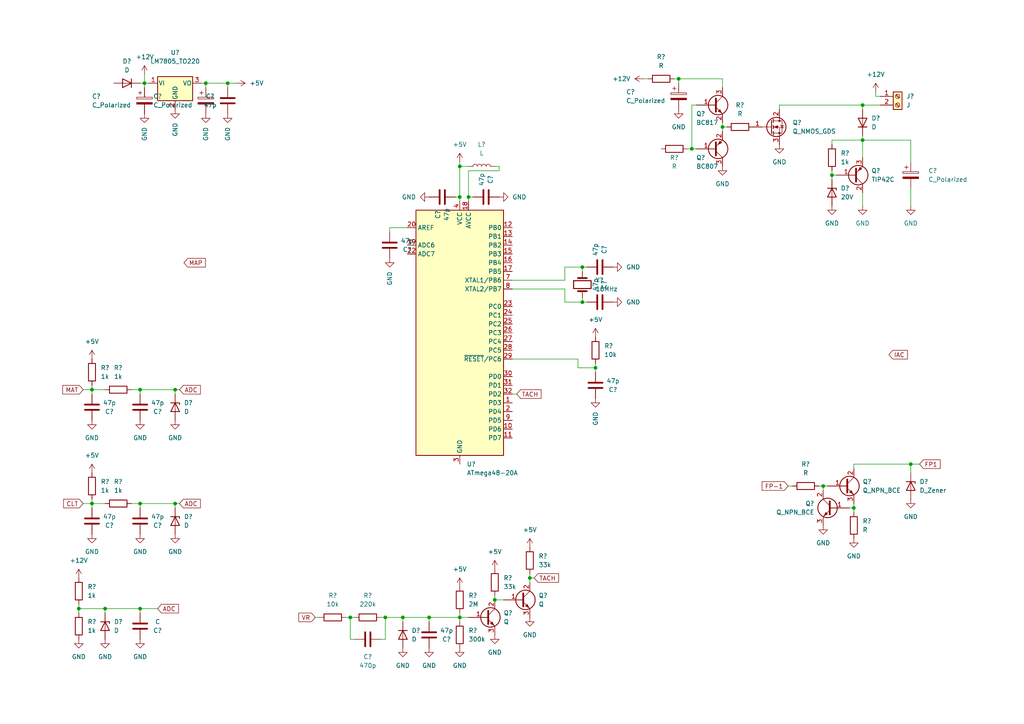
<source format=kicad_sch>
(kicad_sch (version 20211123) (generator eeschema)

  (uuid 428f0732-d732-44b8-ab84-5819e95b7fd2)

  (paper "A4")

  (lib_symbols
    (symbol "Connector:Screw_Terminal_01x02" (pin_names (offset 1.016) hide) (in_bom yes) (on_board yes)
      (property "Reference" "J" (id 0) (at 0 2.54 0)
        (effects (font (size 1.27 1.27)))
      )
      (property "Value" "Screw_Terminal_01x02" (id 1) (at 0 -5.08 0)
        (effects (font (size 1.27 1.27)))
      )
      (property "Footprint" "" (id 2) (at 0 0 0)
        (effects (font (size 1.27 1.27)) hide)
      )
      (property "Datasheet" "~" (id 3) (at 0 0 0)
        (effects (font (size 1.27 1.27)) hide)
      )
      (property "ki_keywords" "screw terminal" (id 4) (at 0 0 0)
        (effects (font (size 1.27 1.27)) hide)
      )
      (property "ki_description" "Generic screw terminal, single row, 01x02, script generated (kicad-library-utils/schlib/autogen/connector/)" (id 5) (at 0 0 0)
        (effects (font (size 1.27 1.27)) hide)
      )
      (property "ki_fp_filters" "TerminalBlock*:*" (id 6) (at 0 0 0)
        (effects (font (size 1.27 1.27)) hide)
      )
      (symbol "Screw_Terminal_01x02_1_1"
        (rectangle (start -1.27 1.27) (end 1.27 -3.81)
          (stroke (width 0.254) (type default) (color 0 0 0 0))
          (fill (type background))
        )
        (circle (center 0 -2.54) (radius 0.635)
          (stroke (width 0.1524) (type default) (color 0 0 0 0))
          (fill (type none))
        )
        (polyline
          (pts
            (xy -0.5334 -2.2098)
            (xy 0.3302 -3.048)
          )
          (stroke (width 0.1524) (type default) (color 0 0 0 0))
          (fill (type none))
        )
        (polyline
          (pts
            (xy -0.5334 0.3302)
            (xy 0.3302 -0.508)
          )
          (stroke (width 0.1524) (type default) (color 0 0 0 0))
          (fill (type none))
        )
        (polyline
          (pts
            (xy -0.3556 -2.032)
            (xy 0.508 -2.8702)
          )
          (stroke (width 0.1524) (type default) (color 0 0 0 0))
          (fill (type none))
        )
        (polyline
          (pts
            (xy -0.3556 0.508)
            (xy 0.508 -0.3302)
          )
          (stroke (width 0.1524) (type default) (color 0 0 0 0))
          (fill (type none))
        )
        (circle (center 0 0) (radius 0.635)
          (stroke (width 0.1524) (type default) (color 0 0 0 0))
          (fill (type none))
        )
        (pin passive line (at -5.08 0 0) (length 3.81)
          (name "Pin_1" (effects (font (size 1.27 1.27))))
          (number "1" (effects (font (size 1.27 1.27))))
        )
        (pin passive line (at -5.08 -2.54 0) (length 3.81)
          (name "Pin_2" (effects (font (size 1.27 1.27))))
          (number "2" (effects (font (size 1.27 1.27))))
        )
      )
    )
    (symbol "Device:C" (pin_numbers hide) (pin_names (offset 0.254)) (in_bom yes) (on_board yes)
      (property "Reference" "C" (id 0) (at 0.635 2.54 0)
        (effects (font (size 1.27 1.27)) (justify left))
      )
      (property "Value" "C" (id 1) (at 0.635 -2.54 0)
        (effects (font (size 1.27 1.27)) (justify left))
      )
      (property "Footprint" "" (id 2) (at 0.9652 -3.81 0)
        (effects (font (size 1.27 1.27)) hide)
      )
      (property "Datasheet" "~" (id 3) (at 0 0 0)
        (effects (font (size 1.27 1.27)) hide)
      )
      (property "ki_keywords" "cap capacitor" (id 4) (at 0 0 0)
        (effects (font (size 1.27 1.27)) hide)
      )
      (property "ki_description" "Unpolarized capacitor" (id 5) (at 0 0 0)
        (effects (font (size 1.27 1.27)) hide)
      )
      (property "ki_fp_filters" "C_*" (id 6) (at 0 0 0)
        (effects (font (size 1.27 1.27)) hide)
      )
      (symbol "C_0_1"
        (polyline
          (pts
            (xy -2.032 -0.762)
            (xy 2.032 -0.762)
          )
          (stroke (width 0.508) (type default) (color 0 0 0 0))
          (fill (type none))
        )
        (polyline
          (pts
            (xy -2.032 0.762)
            (xy 2.032 0.762)
          )
          (stroke (width 0.508) (type default) (color 0 0 0 0))
          (fill (type none))
        )
      )
      (symbol "C_1_1"
        (pin passive line (at 0 3.81 270) (length 2.794)
          (name "~" (effects (font (size 1.27 1.27))))
          (number "1" (effects (font (size 1.27 1.27))))
        )
        (pin passive line (at 0 -3.81 90) (length 2.794)
          (name "~" (effects (font (size 1.27 1.27))))
          (number "2" (effects (font (size 1.27 1.27))))
        )
      )
    )
    (symbol "Device:C_Polarized" (pin_numbers hide) (pin_names (offset 0.254)) (in_bom yes) (on_board yes)
      (property "Reference" "C" (id 0) (at 0.635 2.54 0)
        (effects (font (size 1.27 1.27)) (justify left))
      )
      (property "Value" "C_Polarized" (id 1) (at 0.635 -2.54 0)
        (effects (font (size 1.27 1.27)) (justify left))
      )
      (property "Footprint" "" (id 2) (at 0.9652 -3.81 0)
        (effects (font (size 1.27 1.27)) hide)
      )
      (property "Datasheet" "~" (id 3) (at 0 0 0)
        (effects (font (size 1.27 1.27)) hide)
      )
      (property "ki_keywords" "cap capacitor" (id 4) (at 0 0 0)
        (effects (font (size 1.27 1.27)) hide)
      )
      (property "ki_description" "Polarized capacitor" (id 5) (at 0 0 0)
        (effects (font (size 1.27 1.27)) hide)
      )
      (property "ki_fp_filters" "CP_*" (id 6) (at 0 0 0)
        (effects (font (size 1.27 1.27)) hide)
      )
      (symbol "C_Polarized_0_1"
        (rectangle (start -2.286 0.508) (end 2.286 1.016)
          (stroke (width 0) (type default) (color 0 0 0 0))
          (fill (type none))
        )
        (polyline
          (pts
            (xy -1.778 2.286)
            (xy -0.762 2.286)
          )
          (stroke (width 0) (type default) (color 0 0 0 0))
          (fill (type none))
        )
        (polyline
          (pts
            (xy -1.27 2.794)
            (xy -1.27 1.778)
          )
          (stroke (width 0) (type default) (color 0 0 0 0))
          (fill (type none))
        )
        (rectangle (start 2.286 -0.508) (end -2.286 -1.016)
          (stroke (width 0) (type default) (color 0 0 0 0))
          (fill (type outline))
        )
      )
      (symbol "C_Polarized_1_1"
        (pin passive line (at 0 3.81 270) (length 2.794)
          (name "~" (effects (font (size 1.27 1.27))))
          (number "1" (effects (font (size 1.27 1.27))))
        )
        (pin passive line (at 0 -3.81 90) (length 2.794)
          (name "~" (effects (font (size 1.27 1.27))))
          (number "2" (effects (font (size 1.27 1.27))))
        )
      )
    )
    (symbol "Device:Crystal" (pin_numbers hide) (pin_names (offset 1.016) hide) (in_bom yes) (on_board yes)
      (property "Reference" "Y" (id 0) (at 0 3.81 0)
        (effects (font (size 1.27 1.27)))
      )
      (property "Value" "Crystal" (id 1) (at 0 -3.81 0)
        (effects (font (size 1.27 1.27)))
      )
      (property "Footprint" "" (id 2) (at 0 0 0)
        (effects (font (size 1.27 1.27)) hide)
      )
      (property "Datasheet" "~" (id 3) (at 0 0 0)
        (effects (font (size 1.27 1.27)) hide)
      )
      (property "ki_keywords" "quartz ceramic resonator oscillator" (id 4) (at 0 0 0)
        (effects (font (size 1.27 1.27)) hide)
      )
      (property "ki_description" "Two pin crystal" (id 5) (at 0 0 0)
        (effects (font (size 1.27 1.27)) hide)
      )
      (property "ki_fp_filters" "Crystal*" (id 6) (at 0 0 0)
        (effects (font (size 1.27 1.27)) hide)
      )
      (symbol "Crystal_0_1"
        (rectangle (start -1.143 2.54) (end 1.143 -2.54)
          (stroke (width 0.3048) (type default) (color 0 0 0 0))
          (fill (type none))
        )
        (polyline
          (pts
            (xy -2.54 0)
            (xy -1.905 0)
          )
          (stroke (width 0) (type default) (color 0 0 0 0))
          (fill (type none))
        )
        (polyline
          (pts
            (xy -1.905 -1.27)
            (xy -1.905 1.27)
          )
          (stroke (width 0.508) (type default) (color 0 0 0 0))
          (fill (type none))
        )
        (polyline
          (pts
            (xy 1.905 -1.27)
            (xy 1.905 1.27)
          )
          (stroke (width 0.508) (type default) (color 0 0 0 0))
          (fill (type none))
        )
        (polyline
          (pts
            (xy 2.54 0)
            (xy 1.905 0)
          )
          (stroke (width 0) (type default) (color 0 0 0 0))
          (fill (type none))
        )
      )
      (symbol "Crystal_1_1"
        (pin passive line (at -3.81 0 0) (length 1.27)
          (name "1" (effects (font (size 1.27 1.27))))
          (number "1" (effects (font (size 1.27 1.27))))
        )
        (pin passive line (at 3.81 0 180) (length 1.27)
          (name "2" (effects (font (size 1.27 1.27))))
          (number "2" (effects (font (size 1.27 1.27))))
        )
      )
    )
    (symbol "Device:D" (pin_numbers hide) (pin_names (offset 1.016) hide) (in_bom yes) (on_board yes)
      (property "Reference" "D" (id 0) (at 0 2.54 0)
        (effects (font (size 1.27 1.27)))
      )
      (property "Value" "D" (id 1) (at 0 -2.54 0)
        (effects (font (size 1.27 1.27)))
      )
      (property "Footprint" "" (id 2) (at 0 0 0)
        (effects (font (size 1.27 1.27)) hide)
      )
      (property "Datasheet" "~" (id 3) (at 0 0 0)
        (effects (font (size 1.27 1.27)) hide)
      )
      (property "ki_keywords" "diode" (id 4) (at 0 0 0)
        (effects (font (size 1.27 1.27)) hide)
      )
      (property "ki_description" "Diode" (id 5) (at 0 0 0)
        (effects (font (size 1.27 1.27)) hide)
      )
      (property "ki_fp_filters" "TO-???* *_Diode_* *SingleDiode* D_*" (id 6) (at 0 0 0)
        (effects (font (size 1.27 1.27)) hide)
      )
      (symbol "D_0_1"
        (polyline
          (pts
            (xy -1.27 1.27)
            (xy -1.27 -1.27)
          )
          (stroke (width 0.254) (type default) (color 0 0 0 0))
          (fill (type none))
        )
        (polyline
          (pts
            (xy 1.27 0)
            (xy -1.27 0)
          )
          (stroke (width 0) (type default) (color 0 0 0 0))
          (fill (type none))
        )
        (polyline
          (pts
            (xy 1.27 1.27)
            (xy 1.27 -1.27)
            (xy -1.27 0)
            (xy 1.27 1.27)
          )
          (stroke (width 0.254) (type default) (color 0 0 0 0))
          (fill (type none))
        )
      )
      (symbol "D_1_1"
        (pin passive line (at -3.81 0 0) (length 2.54)
          (name "K" (effects (font (size 1.27 1.27))))
          (number "1" (effects (font (size 1.27 1.27))))
        )
        (pin passive line (at 3.81 0 180) (length 2.54)
          (name "A" (effects (font (size 1.27 1.27))))
          (number "2" (effects (font (size 1.27 1.27))))
        )
      )
    )
    (symbol "Device:D_Zener" (pin_numbers hide) (pin_names (offset 1.016) hide) (in_bom yes) (on_board yes)
      (property "Reference" "D" (id 0) (at 0 2.54 0)
        (effects (font (size 1.27 1.27)))
      )
      (property "Value" "D_Zener" (id 1) (at 0 -2.54 0)
        (effects (font (size 1.27 1.27)))
      )
      (property "Footprint" "" (id 2) (at 0 0 0)
        (effects (font (size 1.27 1.27)) hide)
      )
      (property "Datasheet" "~" (id 3) (at 0 0 0)
        (effects (font (size 1.27 1.27)) hide)
      )
      (property "ki_keywords" "diode" (id 4) (at 0 0 0)
        (effects (font (size 1.27 1.27)) hide)
      )
      (property "ki_description" "Zener diode" (id 5) (at 0 0 0)
        (effects (font (size 1.27 1.27)) hide)
      )
      (property "ki_fp_filters" "TO-???* *_Diode_* *SingleDiode* D_*" (id 6) (at 0 0 0)
        (effects (font (size 1.27 1.27)) hide)
      )
      (symbol "D_Zener_0_1"
        (polyline
          (pts
            (xy 1.27 0)
            (xy -1.27 0)
          )
          (stroke (width 0) (type default) (color 0 0 0 0))
          (fill (type none))
        )
        (polyline
          (pts
            (xy -1.27 -1.27)
            (xy -1.27 1.27)
            (xy -0.762 1.27)
          )
          (stroke (width 0.254) (type default) (color 0 0 0 0))
          (fill (type none))
        )
        (polyline
          (pts
            (xy 1.27 -1.27)
            (xy 1.27 1.27)
            (xy -1.27 0)
            (xy 1.27 -1.27)
          )
          (stroke (width 0.254) (type default) (color 0 0 0 0))
          (fill (type none))
        )
      )
      (symbol "D_Zener_1_1"
        (pin passive line (at -3.81 0 0) (length 2.54)
          (name "K" (effects (font (size 1.27 1.27))))
          (number "1" (effects (font (size 1.27 1.27))))
        )
        (pin passive line (at 3.81 0 180) (length 2.54)
          (name "A" (effects (font (size 1.27 1.27))))
          (number "2" (effects (font (size 1.27 1.27))))
        )
      )
    )
    (symbol "Device:L" (pin_numbers hide) (pin_names (offset 1.016) hide) (in_bom yes) (on_board yes)
      (property "Reference" "L" (id 0) (at -1.27 0 90)
        (effects (font (size 1.27 1.27)))
      )
      (property "Value" "L" (id 1) (at 1.905 0 90)
        (effects (font (size 1.27 1.27)))
      )
      (property "Footprint" "" (id 2) (at 0 0 0)
        (effects (font (size 1.27 1.27)) hide)
      )
      (property "Datasheet" "~" (id 3) (at 0 0 0)
        (effects (font (size 1.27 1.27)) hide)
      )
      (property "ki_keywords" "inductor choke coil reactor magnetic" (id 4) (at 0 0 0)
        (effects (font (size 1.27 1.27)) hide)
      )
      (property "ki_description" "Inductor" (id 5) (at 0 0 0)
        (effects (font (size 1.27 1.27)) hide)
      )
      (property "ki_fp_filters" "Choke_* *Coil* Inductor_* L_*" (id 6) (at 0 0 0)
        (effects (font (size 1.27 1.27)) hide)
      )
      (symbol "L_0_1"
        (arc (start 0 -2.54) (mid 0.635 -1.905) (end 0 -1.27)
          (stroke (width 0) (type default) (color 0 0 0 0))
          (fill (type none))
        )
        (arc (start 0 -1.27) (mid 0.635 -0.635) (end 0 0)
          (stroke (width 0) (type default) (color 0 0 0 0))
          (fill (type none))
        )
        (arc (start 0 0) (mid 0.635 0.635) (end 0 1.27)
          (stroke (width 0) (type default) (color 0 0 0 0))
          (fill (type none))
        )
        (arc (start 0 1.27) (mid 0.635 1.905) (end 0 2.54)
          (stroke (width 0) (type default) (color 0 0 0 0))
          (fill (type none))
        )
      )
      (symbol "L_1_1"
        (pin passive line (at 0 3.81 270) (length 1.27)
          (name "1" (effects (font (size 1.27 1.27))))
          (number "1" (effects (font (size 1.27 1.27))))
        )
        (pin passive line (at 0 -3.81 90) (length 1.27)
          (name "2" (effects (font (size 1.27 1.27))))
          (number "2" (effects (font (size 1.27 1.27))))
        )
      )
    )
    (symbol "Device:Q_NMOS_GDS" (pin_names (offset 0) hide) (in_bom yes) (on_board yes)
      (property "Reference" "Q" (id 0) (at 5.08 1.27 0)
        (effects (font (size 1.27 1.27)) (justify left))
      )
      (property "Value" "Q_NMOS_GDS" (id 1) (at 5.08 -1.27 0)
        (effects (font (size 1.27 1.27)) (justify left))
      )
      (property "Footprint" "" (id 2) (at 5.08 2.54 0)
        (effects (font (size 1.27 1.27)) hide)
      )
      (property "Datasheet" "~" (id 3) (at 0 0 0)
        (effects (font (size 1.27 1.27)) hide)
      )
      (property "ki_keywords" "transistor NMOS N-MOS N-MOSFET" (id 4) (at 0 0 0)
        (effects (font (size 1.27 1.27)) hide)
      )
      (property "ki_description" "N-MOSFET transistor, gate/drain/source" (id 5) (at 0 0 0)
        (effects (font (size 1.27 1.27)) hide)
      )
      (symbol "Q_NMOS_GDS_0_1"
        (polyline
          (pts
            (xy 0.254 0)
            (xy -2.54 0)
          )
          (stroke (width 0) (type default) (color 0 0 0 0))
          (fill (type none))
        )
        (polyline
          (pts
            (xy 0.254 1.905)
            (xy 0.254 -1.905)
          )
          (stroke (width 0.254) (type default) (color 0 0 0 0))
          (fill (type none))
        )
        (polyline
          (pts
            (xy 0.762 -1.27)
            (xy 0.762 -2.286)
          )
          (stroke (width 0.254) (type default) (color 0 0 0 0))
          (fill (type none))
        )
        (polyline
          (pts
            (xy 0.762 0.508)
            (xy 0.762 -0.508)
          )
          (stroke (width 0.254) (type default) (color 0 0 0 0))
          (fill (type none))
        )
        (polyline
          (pts
            (xy 0.762 2.286)
            (xy 0.762 1.27)
          )
          (stroke (width 0.254) (type default) (color 0 0 0 0))
          (fill (type none))
        )
        (polyline
          (pts
            (xy 2.54 2.54)
            (xy 2.54 1.778)
          )
          (stroke (width 0) (type default) (color 0 0 0 0))
          (fill (type none))
        )
        (polyline
          (pts
            (xy 2.54 -2.54)
            (xy 2.54 0)
            (xy 0.762 0)
          )
          (stroke (width 0) (type default) (color 0 0 0 0))
          (fill (type none))
        )
        (polyline
          (pts
            (xy 0.762 -1.778)
            (xy 3.302 -1.778)
            (xy 3.302 1.778)
            (xy 0.762 1.778)
          )
          (stroke (width 0) (type default) (color 0 0 0 0))
          (fill (type none))
        )
        (polyline
          (pts
            (xy 1.016 0)
            (xy 2.032 0.381)
            (xy 2.032 -0.381)
            (xy 1.016 0)
          )
          (stroke (width 0) (type default) (color 0 0 0 0))
          (fill (type outline))
        )
        (polyline
          (pts
            (xy 2.794 0.508)
            (xy 2.921 0.381)
            (xy 3.683 0.381)
            (xy 3.81 0.254)
          )
          (stroke (width 0) (type default) (color 0 0 0 0))
          (fill (type none))
        )
        (polyline
          (pts
            (xy 3.302 0.381)
            (xy 2.921 -0.254)
            (xy 3.683 -0.254)
            (xy 3.302 0.381)
          )
          (stroke (width 0) (type default) (color 0 0 0 0))
          (fill (type none))
        )
        (circle (center 1.651 0) (radius 2.794)
          (stroke (width 0.254) (type default) (color 0 0 0 0))
          (fill (type none))
        )
        (circle (center 2.54 -1.778) (radius 0.254)
          (stroke (width 0) (type default) (color 0 0 0 0))
          (fill (type outline))
        )
        (circle (center 2.54 1.778) (radius 0.254)
          (stroke (width 0) (type default) (color 0 0 0 0))
          (fill (type outline))
        )
      )
      (symbol "Q_NMOS_GDS_1_1"
        (pin input line (at -5.08 0 0) (length 2.54)
          (name "G" (effects (font (size 1.27 1.27))))
          (number "1" (effects (font (size 1.27 1.27))))
        )
        (pin passive line (at 2.54 5.08 270) (length 2.54)
          (name "D" (effects (font (size 1.27 1.27))))
          (number "2" (effects (font (size 1.27 1.27))))
        )
        (pin passive line (at 2.54 -5.08 90) (length 2.54)
          (name "S" (effects (font (size 1.27 1.27))))
          (number "3" (effects (font (size 1.27 1.27))))
        )
      )
    )
    (symbol "Device:Q_NPN_BCE" (pin_names (offset 0) hide) (in_bom yes) (on_board yes)
      (property "Reference" "Q" (id 0) (at 5.08 1.27 0)
        (effects (font (size 1.27 1.27)) (justify left))
      )
      (property "Value" "Q_NPN_BCE" (id 1) (at 5.08 -1.27 0)
        (effects (font (size 1.27 1.27)) (justify left))
      )
      (property "Footprint" "" (id 2) (at 5.08 2.54 0)
        (effects (font (size 1.27 1.27)) hide)
      )
      (property "Datasheet" "~" (id 3) (at 0 0 0)
        (effects (font (size 1.27 1.27)) hide)
      )
      (property "ki_keywords" "transistor NPN" (id 4) (at 0 0 0)
        (effects (font (size 1.27 1.27)) hide)
      )
      (property "ki_description" "NPN transistor, base/collector/emitter" (id 5) (at 0 0 0)
        (effects (font (size 1.27 1.27)) hide)
      )
      (symbol "Q_NPN_BCE_0_1"
        (polyline
          (pts
            (xy 0.635 0.635)
            (xy 2.54 2.54)
          )
          (stroke (width 0) (type default) (color 0 0 0 0))
          (fill (type none))
        )
        (polyline
          (pts
            (xy 0.635 -0.635)
            (xy 2.54 -2.54)
            (xy 2.54 -2.54)
          )
          (stroke (width 0) (type default) (color 0 0 0 0))
          (fill (type none))
        )
        (polyline
          (pts
            (xy 0.635 1.905)
            (xy 0.635 -1.905)
            (xy 0.635 -1.905)
          )
          (stroke (width 0.508) (type default) (color 0 0 0 0))
          (fill (type none))
        )
        (polyline
          (pts
            (xy 1.27 -1.778)
            (xy 1.778 -1.27)
            (xy 2.286 -2.286)
            (xy 1.27 -1.778)
            (xy 1.27 -1.778)
          )
          (stroke (width 0) (type default) (color 0 0 0 0))
          (fill (type outline))
        )
        (circle (center 1.27 0) (radius 2.8194)
          (stroke (width 0.254) (type default) (color 0 0 0 0))
          (fill (type none))
        )
      )
      (symbol "Q_NPN_BCE_1_1"
        (pin input line (at -5.08 0 0) (length 5.715)
          (name "B" (effects (font (size 1.27 1.27))))
          (number "1" (effects (font (size 1.27 1.27))))
        )
        (pin passive line (at 2.54 5.08 270) (length 2.54)
          (name "C" (effects (font (size 1.27 1.27))))
          (number "2" (effects (font (size 1.27 1.27))))
        )
        (pin passive line (at 2.54 -5.08 90) (length 2.54)
          (name "E" (effects (font (size 1.27 1.27))))
          (number "3" (effects (font (size 1.27 1.27))))
        )
      )
    )
    (symbol "Device:Q_PNP_BCE" (pin_names (offset 0) hide) (in_bom yes) (on_board yes)
      (property "Reference" "Q" (id 0) (at 5.08 1.27 0)
        (effects (font (size 1.27 1.27)) (justify left))
      )
      (property "Value" "Q_PNP_BCE" (id 1) (at 5.08 -1.27 0)
        (effects (font (size 1.27 1.27)) (justify left))
      )
      (property "Footprint" "" (id 2) (at 5.08 2.54 0)
        (effects (font (size 1.27 1.27)) hide)
      )
      (property "Datasheet" "~" (id 3) (at 0 0 0)
        (effects (font (size 1.27 1.27)) hide)
      )
      (property "ki_keywords" "transistor PNP" (id 4) (at 0 0 0)
        (effects (font (size 1.27 1.27)) hide)
      )
      (property "ki_description" "PNP transistor, base/collector/emitter" (id 5) (at 0 0 0)
        (effects (font (size 1.27 1.27)) hide)
      )
      (symbol "Q_PNP_BCE_0_1"
        (polyline
          (pts
            (xy 0.635 0.635)
            (xy 2.54 2.54)
          )
          (stroke (width 0) (type default) (color 0 0 0 0))
          (fill (type none))
        )
        (polyline
          (pts
            (xy 0.635 -0.635)
            (xy 2.54 -2.54)
            (xy 2.54 -2.54)
          )
          (stroke (width 0) (type default) (color 0 0 0 0))
          (fill (type none))
        )
        (polyline
          (pts
            (xy 0.635 1.905)
            (xy 0.635 -1.905)
            (xy 0.635 -1.905)
          )
          (stroke (width 0.508) (type default) (color 0 0 0 0))
          (fill (type none))
        )
        (polyline
          (pts
            (xy 2.286 -1.778)
            (xy 1.778 -2.286)
            (xy 1.27 -1.27)
            (xy 2.286 -1.778)
            (xy 2.286 -1.778)
          )
          (stroke (width 0) (type default) (color 0 0 0 0))
          (fill (type outline))
        )
        (circle (center 1.27 0) (radius 2.8194)
          (stroke (width 0.254) (type default) (color 0 0 0 0))
          (fill (type none))
        )
      )
      (symbol "Q_PNP_BCE_1_1"
        (pin input line (at -5.08 0 0) (length 5.715)
          (name "B" (effects (font (size 1.27 1.27))))
          (number "1" (effects (font (size 1.27 1.27))))
        )
        (pin passive line (at 2.54 5.08 270) (length 2.54)
          (name "C" (effects (font (size 1.27 1.27))))
          (number "2" (effects (font (size 1.27 1.27))))
        )
        (pin passive line (at 2.54 -5.08 90) (length 2.54)
          (name "E" (effects (font (size 1.27 1.27))))
          (number "3" (effects (font (size 1.27 1.27))))
        )
      )
    )
    (symbol "Device:R" (pin_numbers hide) (pin_names (offset 0)) (in_bom yes) (on_board yes)
      (property "Reference" "R" (id 0) (at 2.032 0 90)
        (effects (font (size 1.27 1.27)))
      )
      (property "Value" "R" (id 1) (at 0 0 90)
        (effects (font (size 1.27 1.27)))
      )
      (property "Footprint" "" (id 2) (at -1.778 0 90)
        (effects (font (size 1.27 1.27)) hide)
      )
      (property "Datasheet" "~" (id 3) (at 0 0 0)
        (effects (font (size 1.27 1.27)) hide)
      )
      (property "ki_keywords" "R res resistor" (id 4) (at 0 0 0)
        (effects (font (size 1.27 1.27)) hide)
      )
      (property "ki_description" "Resistor" (id 5) (at 0 0 0)
        (effects (font (size 1.27 1.27)) hide)
      )
      (property "ki_fp_filters" "R_*" (id 6) (at 0 0 0)
        (effects (font (size 1.27 1.27)) hide)
      )
      (symbol "R_0_1"
        (rectangle (start -1.016 -2.54) (end 1.016 2.54)
          (stroke (width 0.254) (type default) (color 0 0 0 0))
          (fill (type none))
        )
      )
      (symbol "R_1_1"
        (pin passive line (at 0 3.81 270) (length 1.27)
          (name "~" (effects (font (size 1.27 1.27))))
          (number "1" (effects (font (size 1.27 1.27))))
        )
        (pin passive line (at 0 -3.81 90) (length 1.27)
          (name "~" (effects (font (size 1.27 1.27))))
          (number "2" (effects (font (size 1.27 1.27))))
        )
      )
    )
    (symbol "MCU_Microchip_ATmega:ATmega48-20A" (in_bom yes) (on_board yes)
      (property "Reference" "U" (id 0) (at -12.7 36.83 0)
        (effects (font (size 1.27 1.27)) (justify left bottom))
      )
      (property "Value" "ATmega48-20A" (id 1) (at 2.54 -36.83 0)
        (effects (font (size 1.27 1.27)) (justify left top))
      )
      (property "Footprint" "Package_QFP:TQFP-32_7x7mm_P0.8mm" (id 2) (at 0 0 0)
        (effects (font (size 1.27 1.27) italic) hide)
      )
      (property "Datasheet" "http://ww1.microchip.com/downloads/en/DeviceDoc/Atmel-2545-8-bit-AVR-Microcontroller-ATmega48-88-168_Datasheet.pdf" (id 3) (at 0 0 0)
        (effects (font (size 1.27 1.27)) hide)
      )
      (property "ki_keywords" "AVR 8bit Microcontroller MegaAVR" (id 4) (at 0 0 0)
        (effects (font (size 1.27 1.27)) hide)
      )
      (property "ki_description" "20MHz, 4kB Flash, 512B SRAM, 256B EEPROM, TQFP-32" (id 5) (at 0 0 0)
        (effects (font (size 1.27 1.27)) hide)
      )
      (property "ki_fp_filters" "TQFP*7x7mm*P0.8mm*" (id 6) (at 0 0 0)
        (effects (font (size 1.27 1.27)) hide)
      )
      (symbol "ATmega48-20A_0_1"
        (rectangle (start -12.7 -35.56) (end 12.7 35.56)
          (stroke (width 0.254) (type default) (color 0 0 0 0))
          (fill (type background))
        )
      )
      (symbol "ATmega48-20A_1_1"
        (pin bidirectional line (at 15.24 -20.32 180) (length 2.54)
          (name "PD3" (effects (font (size 1.27 1.27))))
          (number "1" (effects (font (size 1.27 1.27))))
        )
        (pin bidirectional line (at 15.24 -27.94 180) (length 2.54)
          (name "PD6" (effects (font (size 1.27 1.27))))
          (number "10" (effects (font (size 1.27 1.27))))
        )
        (pin bidirectional line (at 15.24 -30.48 180) (length 2.54)
          (name "PD7" (effects (font (size 1.27 1.27))))
          (number "11" (effects (font (size 1.27 1.27))))
        )
        (pin bidirectional line (at 15.24 30.48 180) (length 2.54)
          (name "PB0" (effects (font (size 1.27 1.27))))
          (number "12" (effects (font (size 1.27 1.27))))
        )
        (pin bidirectional line (at 15.24 27.94 180) (length 2.54)
          (name "PB1" (effects (font (size 1.27 1.27))))
          (number "13" (effects (font (size 1.27 1.27))))
        )
        (pin bidirectional line (at 15.24 25.4 180) (length 2.54)
          (name "PB2" (effects (font (size 1.27 1.27))))
          (number "14" (effects (font (size 1.27 1.27))))
        )
        (pin bidirectional line (at 15.24 22.86 180) (length 2.54)
          (name "PB3" (effects (font (size 1.27 1.27))))
          (number "15" (effects (font (size 1.27 1.27))))
        )
        (pin bidirectional line (at 15.24 20.32 180) (length 2.54)
          (name "PB4" (effects (font (size 1.27 1.27))))
          (number "16" (effects (font (size 1.27 1.27))))
        )
        (pin bidirectional line (at 15.24 17.78 180) (length 2.54)
          (name "PB5" (effects (font (size 1.27 1.27))))
          (number "17" (effects (font (size 1.27 1.27))))
        )
        (pin power_in line (at 2.54 38.1 270) (length 2.54)
          (name "AVCC" (effects (font (size 1.27 1.27))))
          (number "18" (effects (font (size 1.27 1.27))))
        )
        (pin input line (at -15.24 25.4 0) (length 2.54)
          (name "ADC6" (effects (font (size 1.27 1.27))))
          (number "19" (effects (font (size 1.27 1.27))))
        )
        (pin bidirectional line (at 15.24 -22.86 180) (length 2.54)
          (name "PD4" (effects (font (size 1.27 1.27))))
          (number "2" (effects (font (size 1.27 1.27))))
        )
        (pin passive line (at -15.24 30.48 0) (length 2.54)
          (name "AREF" (effects (font (size 1.27 1.27))))
          (number "20" (effects (font (size 1.27 1.27))))
        )
        (pin passive line (at 0 -38.1 90) (length 2.54) hide
          (name "GND" (effects (font (size 1.27 1.27))))
          (number "21" (effects (font (size 1.27 1.27))))
        )
        (pin input line (at -15.24 22.86 0) (length 2.54)
          (name "ADC7" (effects (font (size 1.27 1.27))))
          (number "22" (effects (font (size 1.27 1.27))))
        )
        (pin bidirectional line (at 15.24 7.62 180) (length 2.54)
          (name "PC0" (effects (font (size 1.27 1.27))))
          (number "23" (effects (font (size 1.27 1.27))))
        )
        (pin bidirectional line (at 15.24 5.08 180) (length 2.54)
          (name "PC1" (effects (font (size 1.27 1.27))))
          (number "24" (effects (font (size 1.27 1.27))))
        )
        (pin bidirectional line (at 15.24 2.54 180) (length 2.54)
          (name "PC2" (effects (font (size 1.27 1.27))))
          (number "25" (effects (font (size 1.27 1.27))))
        )
        (pin bidirectional line (at 15.24 0 180) (length 2.54)
          (name "PC3" (effects (font (size 1.27 1.27))))
          (number "26" (effects (font (size 1.27 1.27))))
        )
        (pin bidirectional line (at 15.24 -2.54 180) (length 2.54)
          (name "PC4" (effects (font (size 1.27 1.27))))
          (number "27" (effects (font (size 1.27 1.27))))
        )
        (pin bidirectional line (at 15.24 -5.08 180) (length 2.54)
          (name "PC5" (effects (font (size 1.27 1.27))))
          (number "28" (effects (font (size 1.27 1.27))))
        )
        (pin bidirectional line (at 15.24 -7.62 180) (length 2.54)
          (name "~{RESET}/PC6" (effects (font (size 1.27 1.27))))
          (number "29" (effects (font (size 1.27 1.27))))
        )
        (pin power_in line (at 0 -38.1 90) (length 2.54)
          (name "GND" (effects (font (size 1.27 1.27))))
          (number "3" (effects (font (size 1.27 1.27))))
        )
        (pin bidirectional line (at 15.24 -12.7 180) (length 2.54)
          (name "PD0" (effects (font (size 1.27 1.27))))
          (number "30" (effects (font (size 1.27 1.27))))
        )
        (pin bidirectional line (at 15.24 -15.24 180) (length 2.54)
          (name "PD1" (effects (font (size 1.27 1.27))))
          (number "31" (effects (font (size 1.27 1.27))))
        )
        (pin bidirectional line (at 15.24 -17.78 180) (length 2.54)
          (name "PD2" (effects (font (size 1.27 1.27))))
          (number "32" (effects (font (size 1.27 1.27))))
        )
        (pin power_in line (at 0 38.1 270) (length 2.54)
          (name "VCC" (effects (font (size 1.27 1.27))))
          (number "4" (effects (font (size 1.27 1.27))))
        )
        (pin passive line (at 0 -38.1 90) (length 2.54) hide
          (name "GND" (effects (font (size 1.27 1.27))))
          (number "5" (effects (font (size 1.27 1.27))))
        )
        (pin passive line (at 0 38.1 270) (length 2.54) hide
          (name "VCC" (effects (font (size 1.27 1.27))))
          (number "6" (effects (font (size 1.27 1.27))))
        )
        (pin bidirectional line (at 15.24 15.24 180) (length 2.54)
          (name "XTAL1/PB6" (effects (font (size 1.27 1.27))))
          (number "7" (effects (font (size 1.27 1.27))))
        )
        (pin bidirectional line (at 15.24 12.7 180) (length 2.54)
          (name "XTAL2/PB7" (effects (font (size 1.27 1.27))))
          (number "8" (effects (font (size 1.27 1.27))))
        )
        (pin bidirectional line (at 15.24 -25.4 180) (length 2.54)
          (name "PD5" (effects (font (size 1.27 1.27))))
          (number "9" (effects (font (size 1.27 1.27))))
        )
      )
    )
    (symbol "Regulator_Linear:LM7805_TO220" (pin_names (offset 0.254)) (in_bom yes) (on_board yes)
      (property "Reference" "U" (id 0) (at -3.81 3.175 0)
        (effects (font (size 1.27 1.27)))
      )
      (property "Value" "LM7805_TO220" (id 1) (at 0 3.175 0)
        (effects (font (size 1.27 1.27)) (justify left))
      )
      (property "Footprint" "Package_TO_SOT_THT:TO-220-3_Vertical" (id 2) (at 0 5.715 0)
        (effects (font (size 1.27 1.27) italic) hide)
      )
      (property "Datasheet" "https://www.onsemi.cn/PowerSolutions/document/MC7800-D.PDF" (id 3) (at 0 -1.27 0)
        (effects (font (size 1.27 1.27)) hide)
      )
      (property "ki_keywords" "Voltage Regulator 1A Positive" (id 4) (at 0 0 0)
        (effects (font (size 1.27 1.27)) hide)
      )
      (property "ki_description" "Positive 1A 35V Linear Regulator, Fixed Output 5V, TO-220" (id 5) (at 0 0 0)
        (effects (font (size 1.27 1.27)) hide)
      )
      (property "ki_fp_filters" "TO?220*" (id 6) (at 0 0 0)
        (effects (font (size 1.27 1.27)) hide)
      )
      (symbol "LM7805_TO220_0_1"
        (rectangle (start -5.08 1.905) (end 5.08 -5.08)
          (stroke (width 0.254) (type default) (color 0 0 0 0))
          (fill (type background))
        )
      )
      (symbol "LM7805_TO220_1_1"
        (pin power_in line (at -7.62 0 0) (length 2.54)
          (name "VI" (effects (font (size 1.27 1.27))))
          (number "1" (effects (font (size 1.27 1.27))))
        )
        (pin power_in line (at 0 -7.62 90) (length 2.54)
          (name "GND" (effects (font (size 1.27 1.27))))
          (number "2" (effects (font (size 1.27 1.27))))
        )
        (pin power_out line (at 7.62 0 180) (length 2.54)
          (name "VO" (effects (font (size 1.27 1.27))))
          (number "3" (effects (font (size 1.27 1.27))))
        )
      )
    )
    (symbol "Transistor_BJT:BC807" (pin_names (offset 0) hide) (in_bom yes) (on_board yes)
      (property "Reference" "Q" (id 0) (at 5.08 1.905 0)
        (effects (font (size 1.27 1.27)) (justify left))
      )
      (property "Value" "BC807" (id 1) (at 5.08 0 0)
        (effects (font (size 1.27 1.27)) (justify left))
      )
      (property "Footprint" "Package_TO_SOT_SMD:SOT-23" (id 2) (at 5.08 -1.905 0)
        (effects (font (size 1.27 1.27) italic) (justify left) hide)
      )
      (property "Datasheet" "https://www.onsemi.com/pub/Collateral/BC808-D.pdf" (id 3) (at 0 0 0)
        (effects (font (size 1.27 1.27)) (justify left) hide)
      )
      (property "ki_keywords" "PNP Transistor" (id 4) (at 0 0 0)
        (effects (font (size 1.27 1.27)) hide)
      )
      (property "ki_description" "0.8A Ic, 45V Vce, PNP Transistor, SOT-23" (id 5) (at 0 0 0)
        (effects (font (size 1.27 1.27)) hide)
      )
      (property "ki_fp_filters" "SOT?23*" (id 6) (at 0 0 0)
        (effects (font (size 1.27 1.27)) hide)
      )
      (symbol "BC807_0_1"
        (polyline
          (pts
            (xy 0.635 0.635)
            (xy 2.54 2.54)
          )
          (stroke (width 0) (type default) (color 0 0 0 0))
          (fill (type none))
        )
        (polyline
          (pts
            (xy 0.635 -0.635)
            (xy 2.54 -2.54)
            (xy 2.54 -2.54)
          )
          (stroke (width 0) (type default) (color 0 0 0 0))
          (fill (type none))
        )
        (polyline
          (pts
            (xy 0.635 1.905)
            (xy 0.635 -1.905)
            (xy 0.635 -1.905)
          )
          (stroke (width 0.508) (type default) (color 0 0 0 0))
          (fill (type none))
        )
        (polyline
          (pts
            (xy 2.286 -1.778)
            (xy 1.778 -2.286)
            (xy 1.27 -1.27)
            (xy 2.286 -1.778)
            (xy 2.286 -1.778)
          )
          (stroke (width 0) (type default) (color 0 0 0 0))
          (fill (type outline))
        )
        (circle (center 1.27 0) (radius 2.8194)
          (stroke (width 0.254) (type default) (color 0 0 0 0))
          (fill (type none))
        )
      )
      (symbol "BC807_1_1"
        (pin input line (at -5.08 0 0) (length 5.715)
          (name "B" (effects (font (size 1.27 1.27))))
          (number "1" (effects (font (size 1.27 1.27))))
        )
        (pin passive line (at 2.54 -5.08 90) (length 2.54)
          (name "E" (effects (font (size 1.27 1.27))))
          (number "2" (effects (font (size 1.27 1.27))))
        )
        (pin passive line (at 2.54 5.08 270) (length 2.54)
          (name "C" (effects (font (size 1.27 1.27))))
          (number "3" (effects (font (size 1.27 1.27))))
        )
      )
    )
    (symbol "Transistor_BJT:BC817" (pin_names (offset 0) hide) (in_bom yes) (on_board yes)
      (property "Reference" "Q" (id 0) (at 5.08 1.905 0)
        (effects (font (size 1.27 1.27)) (justify left))
      )
      (property "Value" "BC817" (id 1) (at 5.08 0 0)
        (effects (font (size 1.27 1.27)) (justify left))
      )
      (property "Footprint" "Package_TO_SOT_SMD:SOT-23" (id 2) (at 5.08 -1.905 0)
        (effects (font (size 1.27 1.27) italic) (justify left) hide)
      )
      (property "Datasheet" "https://www.onsemi.com/pub/Collateral/BC818-D.pdf" (id 3) (at 0 0 0)
        (effects (font (size 1.27 1.27)) (justify left) hide)
      )
      (property "ki_keywords" "NPN Transistor" (id 4) (at 0 0 0)
        (effects (font (size 1.27 1.27)) hide)
      )
      (property "ki_description" "0.8A Ic, 45V Vce, NPN Transistor, SOT-23" (id 5) (at 0 0 0)
        (effects (font (size 1.27 1.27)) hide)
      )
      (property "ki_fp_filters" "SOT?23*" (id 6) (at 0 0 0)
        (effects (font (size 1.27 1.27)) hide)
      )
      (symbol "BC817_0_1"
        (polyline
          (pts
            (xy 0.635 0.635)
            (xy 2.54 2.54)
          )
          (stroke (width 0) (type default) (color 0 0 0 0))
          (fill (type none))
        )
        (polyline
          (pts
            (xy 0.635 -0.635)
            (xy 2.54 -2.54)
            (xy 2.54 -2.54)
          )
          (stroke (width 0) (type default) (color 0 0 0 0))
          (fill (type none))
        )
        (polyline
          (pts
            (xy 0.635 1.905)
            (xy 0.635 -1.905)
            (xy 0.635 -1.905)
          )
          (stroke (width 0.508) (type default) (color 0 0 0 0))
          (fill (type none))
        )
        (polyline
          (pts
            (xy 1.27 -1.778)
            (xy 1.778 -1.27)
            (xy 2.286 -2.286)
            (xy 1.27 -1.778)
            (xy 1.27 -1.778)
          )
          (stroke (width 0) (type default) (color 0 0 0 0))
          (fill (type outline))
        )
        (circle (center 1.27 0) (radius 2.8194)
          (stroke (width 0.254) (type default) (color 0 0 0 0))
          (fill (type none))
        )
      )
      (symbol "BC817_1_1"
        (pin input line (at -5.08 0 0) (length 5.715)
          (name "B" (effects (font (size 1.27 1.27))))
          (number "1" (effects (font (size 1.27 1.27))))
        )
        (pin passive line (at 2.54 -5.08 90) (length 2.54)
          (name "E" (effects (font (size 1.27 1.27))))
          (number "2" (effects (font (size 1.27 1.27))))
        )
        (pin passive line (at 2.54 5.08 270) (length 2.54)
          (name "C" (effects (font (size 1.27 1.27))))
          (number "3" (effects (font (size 1.27 1.27))))
        )
      )
    )
    (symbol "power:+12V" (power) (pin_names (offset 0)) (in_bom yes) (on_board yes)
      (property "Reference" "#PWR" (id 0) (at 0 -3.81 0)
        (effects (font (size 1.27 1.27)) hide)
      )
      (property "Value" "+12V" (id 1) (at 0 3.556 0)
        (effects (font (size 1.27 1.27)))
      )
      (property "Footprint" "" (id 2) (at 0 0 0)
        (effects (font (size 1.27 1.27)) hide)
      )
      (property "Datasheet" "" (id 3) (at 0 0 0)
        (effects (font (size 1.27 1.27)) hide)
      )
      (property "ki_keywords" "power-flag" (id 4) (at 0 0 0)
        (effects (font (size 1.27 1.27)) hide)
      )
      (property "ki_description" "Power symbol creates a global label with name \"+12V\"" (id 5) (at 0 0 0)
        (effects (font (size 1.27 1.27)) hide)
      )
      (symbol "+12V_0_1"
        (polyline
          (pts
            (xy -0.762 1.27)
            (xy 0 2.54)
          )
          (stroke (width 0) (type default) (color 0 0 0 0))
          (fill (type none))
        )
        (polyline
          (pts
            (xy 0 0)
            (xy 0 2.54)
          )
          (stroke (width 0) (type default) (color 0 0 0 0))
          (fill (type none))
        )
        (polyline
          (pts
            (xy 0 2.54)
            (xy 0.762 1.27)
          )
          (stroke (width 0) (type default) (color 0 0 0 0))
          (fill (type none))
        )
      )
      (symbol "+12V_1_1"
        (pin power_in line (at 0 0 90) (length 0) hide
          (name "+12V" (effects (font (size 1.27 1.27))))
          (number "1" (effects (font (size 1.27 1.27))))
        )
      )
    )
    (symbol "power:+5V" (power) (pin_names (offset 0)) (in_bom yes) (on_board yes)
      (property "Reference" "#PWR" (id 0) (at 0 -3.81 0)
        (effects (font (size 1.27 1.27)) hide)
      )
      (property "Value" "+5V" (id 1) (at 0 3.556 0)
        (effects (font (size 1.27 1.27)))
      )
      (property "Footprint" "" (id 2) (at 0 0 0)
        (effects (font (size 1.27 1.27)) hide)
      )
      (property "Datasheet" "" (id 3) (at 0 0 0)
        (effects (font (size 1.27 1.27)) hide)
      )
      (property "ki_keywords" "power-flag" (id 4) (at 0 0 0)
        (effects (font (size 1.27 1.27)) hide)
      )
      (property "ki_description" "Power symbol creates a global label with name \"+5V\"" (id 5) (at 0 0 0)
        (effects (font (size 1.27 1.27)) hide)
      )
      (symbol "+5V_0_1"
        (polyline
          (pts
            (xy -0.762 1.27)
            (xy 0 2.54)
          )
          (stroke (width 0) (type default) (color 0 0 0 0))
          (fill (type none))
        )
        (polyline
          (pts
            (xy 0 0)
            (xy 0 2.54)
          )
          (stroke (width 0) (type default) (color 0 0 0 0))
          (fill (type none))
        )
        (polyline
          (pts
            (xy 0 2.54)
            (xy 0.762 1.27)
          )
          (stroke (width 0) (type default) (color 0 0 0 0))
          (fill (type none))
        )
      )
      (symbol "+5V_1_1"
        (pin power_in line (at 0 0 90) (length 0) hide
          (name "+5V" (effects (font (size 1.27 1.27))))
          (number "1" (effects (font (size 1.27 1.27))))
        )
      )
    )
    (symbol "power:GND" (power) (pin_names (offset 0)) (in_bom yes) (on_board yes)
      (property "Reference" "#PWR" (id 0) (at 0 -6.35 0)
        (effects (font (size 1.27 1.27)) hide)
      )
      (property "Value" "GND" (id 1) (at 0 -3.81 0)
        (effects (font (size 1.27 1.27)))
      )
      (property "Footprint" "" (id 2) (at 0 0 0)
        (effects (font (size 1.27 1.27)) hide)
      )
      (property "Datasheet" "" (id 3) (at 0 0 0)
        (effects (font (size 1.27 1.27)) hide)
      )
      (property "ki_keywords" "power-flag" (id 4) (at 0 0 0)
        (effects (font (size 1.27 1.27)) hide)
      )
      (property "ki_description" "Power symbol creates a global label with name \"GND\" , ground" (id 5) (at 0 0 0)
        (effects (font (size 1.27 1.27)) hide)
      )
      (symbol "GND_0_1"
        (polyline
          (pts
            (xy 0 0)
            (xy 0 -1.27)
            (xy 1.27 -1.27)
            (xy 0 -2.54)
            (xy -1.27 -1.27)
            (xy 0 -1.27)
          )
          (stroke (width 0) (type default) (color 0 0 0 0))
          (fill (type none))
        )
      )
      (symbol "GND_1_1"
        (pin power_in line (at 0 0 270) (length 0) hide
          (name "GND" (effects (font (size 1.27 1.27))))
          (number "1" (effects (font (size 1.27 1.27))))
        )
      )
    )
  )

  (junction (at 50.8 146.05) (diameter 0) (color 0 0 0 0)
    (uuid 03d097e9-6dd3-41f0-a1e7-9fe7f885ad88)
  )
  (junction (at 30.48 176.53) (diameter 0) (color 0 0 0 0)
    (uuid 0fa3053f-2efd-405d-a95c-c1c84f792dff)
  )
  (junction (at 241.3 50.8) (diameter 0) (color 0 0 0 0)
    (uuid 132b651c-b265-4304-a8f0-a6e3abd72d8d)
  )
  (junction (at 59.69 24.13) (diameter 0) (color 0 0 0 0)
    (uuid 19aae682-69d8-4e3c-bd21-7e0b3b678567)
  )
  (junction (at 101.6 179.07) (diameter 0) (color 0 0 0 0)
    (uuid 19db61e2-1497-4702-9c6e-8ede318d2559)
  )
  (junction (at 172.72 106.68) (diameter 0) (color 0 0 0 0)
    (uuid 1d31b971-26ae-41de-a5f4-65c0ab7fd50e)
  )
  (junction (at 264.16 134.62) (diameter 0) (color 0 0 0 0)
    (uuid 1e0c6e87-bc91-420e-8fcc-23ab5fbcc2ca)
  )
  (junction (at 26.67 146.05) (diameter 0) (color 0 0 0 0)
    (uuid 23f2bae0-2172-4be8-8182-8b9bda315b20)
  )
  (junction (at 200.66 43.18) (diameter 0) (color 0 0 0 0)
    (uuid 365bbbee-5717-4c48-bc5d-0bd21a0de4f6)
  )
  (junction (at 124.46 179.07) (diameter 0) (color 0 0 0 0)
    (uuid 40a0ade7-92d0-4911-83e6-5cdf45586318)
  )
  (junction (at 50.8 113.03) (diameter 0) (color 0 0 0 0)
    (uuid 5a372245-4303-41be-9c6e-5c9bcaf21fb8)
  )
  (junction (at 133.35 179.07) (diameter 0) (color 0 0 0 0)
    (uuid 5bb23bd2-be5d-43fc-8b03-1fb141098d78)
  )
  (junction (at 247.65 147.32) (diameter 0) (color 0 0 0 0)
    (uuid 5c567b55-0172-4840-b72c-fd12273fa3e6)
  )
  (junction (at 40.64 113.03) (diameter 0) (color 0 0 0 0)
    (uuid 5e8ba3ef-3448-4ea7-b33c-ef4ae29e6bef)
  )
  (junction (at 209.55 36.83) (diameter 0) (color 0 0 0 0)
    (uuid 61401b1e-18ea-432d-974c-ccaa8eb4bb23)
  )
  (junction (at 196.85 22.86) (diameter 0) (color 0 0 0 0)
    (uuid 8519e2e0-57d6-4598-83a3-fd7130d1a188)
  )
  (junction (at 250.19 30.48) (diameter 0) (color 0 0 0 0)
    (uuid 8fdbc4bf-22be-4de9-8345-8e9ed839045c)
  )
  (junction (at 66.04 24.13) (diameter 0) (color 0 0 0 0)
    (uuid 92b62378-fe2a-47c7-bbee-303efb9948b0)
  )
  (junction (at 238.76 140.97) (diameter 0) (color 0 0 0 0)
    (uuid 98cdcac3-49a9-4596-bd3f-4379393284f3)
  )
  (junction (at 40.64 146.05) (diameter 0) (color 0 0 0 0)
    (uuid a1426a1b-e5bb-41a2-b433-bf01651f8af6)
  )
  (junction (at 133.35 57.15) (diameter 0) (color 0 0 0 0)
    (uuid a665b53f-21ec-4c74-9d98-a48d3d0698ec)
  )
  (junction (at 168.91 77.47) (diameter 0) (color 0 0 0 0)
    (uuid b1f1f5ad-6c11-4d67-89b8-ce04a5a01b29)
  )
  (junction (at 250.19 40.64) (diameter 0) (color 0 0 0 0)
    (uuid bf7c9cd9-2e80-4444-932d-db9ab02652db)
  )
  (junction (at 111.76 179.07) (diameter 0) (color 0 0 0 0)
    (uuid d4a4ed28-f440-4296-add4-941394be82ff)
  )
  (junction (at 133.35 48.26) (diameter 0) (color 0 0 0 0)
    (uuid d6f6bb04-90f1-4380-b88a-82f4b80d74ef)
  )
  (junction (at 153.67 167.64) (diameter 0) (color 0 0 0 0)
    (uuid d9e8b4b5-268b-4636-893e-142caddbd567)
  )
  (junction (at 22.86 176.53) (diameter 0) (color 0 0 0 0)
    (uuid ddb7409c-167d-44e5-b198-739f85876bf1)
  )
  (junction (at 26.67 113.03) (diameter 0) (color 0 0 0 0)
    (uuid e34bc39f-d7ff-43a8-a4cd-f2dd0c69a670)
  )
  (junction (at 40.64 176.53) (diameter 0) (color 0 0 0 0)
    (uuid e3ee7270-a779-4e50-8712-944941c013fe)
  )
  (junction (at 41.91 24.13) (diameter 0) (color 0 0 0 0)
    (uuid f065e573-8e52-4168-a7f1-d7459701c9ae)
  )
  (junction (at 135.89 57.15) (diameter 0) (color 0 0 0 0)
    (uuid f2269564-78c8-4ae2-8690-d0c6f9e59f46)
  )
  (junction (at 143.51 173.99) (diameter 0) (color 0 0 0 0)
    (uuid f5f66b2d-6d2b-45c6-9774-f4f606bd97f7)
  )
  (junction (at 116.84 179.07) (diameter 0) (color 0 0 0 0)
    (uuid f7df851b-ec41-47b2-a513-6e9d70680ab6)
  )
  (junction (at 168.91 87.63) (diameter 0) (color 0 0 0 0)
    (uuid feb6d27c-d1ed-46d2-bf50-f57645625fcf)
  )

  (wire (pts (xy 26.67 113.03) (xy 26.67 114.3))
    (stroke (width 0) (type default) (color 0 0 0 0))
    (uuid 0426cff0-e2c2-47e3-acb1-5b5c994ac747)
  )
  (wire (pts (xy 163.83 77.47) (xy 168.91 77.47))
    (stroke (width 0) (type default) (color 0 0 0 0))
    (uuid 048bed9b-ae54-4cf7-8b92-b5d6e0e75a74)
  )
  (wire (pts (xy 50.8 146.05) (xy 52.07 146.05))
    (stroke (width 0) (type default) (color 0 0 0 0))
    (uuid 06996367-4423-483b-b7e1-0dfe2583e9ec)
  )
  (wire (pts (xy 26.67 113.03) (xy 30.48 113.03))
    (stroke (width 0) (type default) (color 0 0 0 0))
    (uuid 09794f64-8e0e-4258-90a0-97169eb23bef)
  )
  (wire (pts (xy 133.35 48.26) (xy 133.35 57.15))
    (stroke (width 0) (type default) (color 0 0 0 0))
    (uuid 0ad4b60e-7a86-4898-81ec-2f465921e388)
  )
  (wire (pts (xy 168.91 86.36) (xy 168.91 87.63))
    (stroke (width 0) (type default) (color 0 0 0 0))
    (uuid 0c72d67a-bb2c-4edc-b0ca-2c75332fb677)
  )
  (wire (pts (xy 40.64 146.05) (xy 40.64 147.32))
    (stroke (width 0) (type default) (color 0 0 0 0))
    (uuid 0f5cdf52-feb1-43ad-8565-7b6367a37ab8)
  )
  (wire (pts (xy 148.59 114.3) (xy 149.86 114.3))
    (stroke (width 0) (type default) (color 0 0 0 0))
    (uuid 134cd33b-6108-4cbe-ac82-f4ed1a384b9c)
  )
  (wire (pts (xy 209.55 36.83) (xy 209.55 38.1))
    (stroke (width 0) (type default) (color 0 0 0 0))
    (uuid 14603db6-19df-4270-b6ea-c2d74ce95191)
  )
  (wire (pts (xy 264.16 40.64) (xy 264.16 46.99))
    (stroke (width 0) (type default) (color 0 0 0 0))
    (uuid 160997fc-5da0-4d1d-9a8c-48c947d798b0)
  )
  (wire (pts (xy 133.35 58.42) (xy 133.35 57.15))
    (stroke (width 0) (type default) (color 0 0 0 0))
    (uuid 1704f3c8-3d63-45fa-906c-0f09141d48f1)
  )
  (wire (pts (xy 250.19 40.64) (xy 250.19 45.72))
    (stroke (width 0) (type default) (color 0 0 0 0))
    (uuid 170f951d-3cfa-42f1-881e-dea6bc092850)
  )
  (wire (pts (xy 116.84 179.07) (xy 124.46 179.07))
    (stroke (width 0) (type default) (color 0 0 0 0))
    (uuid 19bc18dd-ff90-402a-871f-0d8ed4bfee6d)
  )
  (wire (pts (xy 124.46 179.07) (xy 124.46 180.34))
    (stroke (width 0) (type default) (color 0 0 0 0))
    (uuid 1afbbb36-eac5-45b0-88f5-1bfa7a76f6be)
  )
  (wire (pts (xy 40.64 113.03) (xy 40.64 114.3))
    (stroke (width 0) (type default) (color 0 0 0 0))
    (uuid 1d177aaa-cb9d-4bce-885e-4723d526f0c0)
  )
  (wire (pts (xy 264.16 134.62) (xy 266.7 134.62))
    (stroke (width 0) (type default) (color 0 0 0 0))
    (uuid 1faebf4d-7407-4980-a00e-3a5a09cb12f7)
  )
  (wire (pts (xy 168.91 87.63) (xy 170.18 87.63))
    (stroke (width 0) (type default) (color 0 0 0 0))
    (uuid 2331874b-755e-4f37-a8b4-0f37aded4566)
  )
  (wire (pts (xy 143.51 172.72) (xy 143.51 173.99))
    (stroke (width 0) (type default) (color 0 0 0 0))
    (uuid 26db4720-3acf-40e7-941a-365fd5eb688b)
  )
  (wire (pts (xy 133.35 48.26) (xy 135.89 48.26))
    (stroke (width 0) (type default) (color 0 0 0 0))
    (uuid 2b90e4bd-5030-40fd-98bf-67e3d21f1dcb)
  )
  (wire (pts (xy 40.64 146.05) (xy 50.8 146.05))
    (stroke (width 0) (type default) (color 0 0 0 0))
    (uuid 2e521a40-4ea6-4943-9c4e-40782b8d7962)
  )
  (wire (pts (xy 135.89 57.15) (xy 135.89 58.42))
    (stroke (width 0) (type default) (color 0 0 0 0))
    (uuid 2f0252cf-e743-4402-8b2a-2c6f37fdfdba)
  )
  (wire (pts (xy 167.64 106.68) (xy 172.72 106.68))
    (stroke (width 0) (type default) (color 0 0 0 0))
    (uuid 2fd85583-60ff-4fdb-b8f7-9d2c1eeb0ae9)
  )
  (wire (pts (xy 133.35 179.07) (xy 135.89 179.07))
    (stroke (width 0) (type default) (color 0 0 0 0))
    (uuid 310a86e3-b459-4c90-9bcd-b30772998dae)
  )
  (wire (pts (xy 26.67 146.05) (xy 26.67 147.32))
    (stroke (width 0) (type default) (color 0 0 0 0))
    (uuid 33199555-4a3f-446f-b1aa-5de057ceac78)
  )
  (wire (pts (xy 153.67 167.64) (xy 154.94 167.64))
    (stroke (width 0) (type default) (color 0 0 0 0))
    (uuid 357b5822-d7da-4e22-9101-ef76a351a143)
  )
  (wire (pts (xy 58.42 24.13) (xy 59.69 24.13))
    (stroke (width 0) (type default) (color 0 0 0 0))
    (uuid 3c26f1c5-2551-4205-bcd4-aa0c0e5b94cf)
  )
  (wire (pts (xy 59.69 24.13) (xy 66.04 24.13))
    (stroke (width 0) (type default) (color 0 0 0 0))
    (uuid 3c571854-1494-472e-b600-3079f4e55b63)
  )
  (wire (pts (xy 22.86 176.53) (xy 30.48 176.53))
    (stroke (width 0) (type default) (color 0 0 0 0))
    (uuid 410a66f9-0302-4e13-a477-fc6030c35530)
  )
  (wire (pts (xy 172.72 105.41) (xy 172.72 106.68))
    (stroke (width 0) (type default) (color 0 0 0 0))
    (uuid 4150796b-04fc-4a7c-9795-92408b406b5f)
  )
  (wire (pts (xy 264.16 54.61) (xy 264.16 59.69))
    (stroke (width 0) (type default) (color 0 0 0 0))
    (uuid 45edc38e-92dc-42c7-aec2-5c69fbd9931b)
  )
  (wire (pts (xy 26.67 144.78) (xy 26.67 146.05))
    (stroke (width 0) (type default) (color 0 0 0 0))
    (uuid 467acf86-a270-41d5-8fb3-9fe1c526762c)
  )
  (wire (pts (xy 24.13 113.03) (xy 26.67 113.03))
    (stroke (width 0) (type default) (color 0 0 0 0))
    (uuid 4730eb2a-e2d8-41c8-96a9-d6c4a079cf15)
  )
  (wire (pts (xy 59.69 24.13) (xy 59.69 25.4))
    (stroke (width 0) (type default) (color 0 0 0 0))
    (uuid 47d6fe79-e034-4485-8024-19db83a23a81)
  )
  (wire (pts (xy 209.55 35.56) (xy 209.55 36.83))
    (stroke (width 0) (type default) (color 0 0 0 0))
    (uuid 49597b83-09ad-49ec-830a-83655151b52f)
  )
  (wire (pts (xy 241.3 49.53) (xy 241.3 50.8))
    (stroke (width 0) (type default) (color 0 0 0 0))
    (uuid 4a7e190e-71a6-4274-a78d-fad02415b831)
  )
  (wire (pts (xy 24.13 146.05) (xy 26.67 146.05))
    (stroke (width 0) (type default) (color 0 0 0 0))
    (uuid 4f6b2f53-0c97-404b-a6bd-f7954c230c3a)
  )
  (wire (pts (xy 254 26.67) (xy 254 27.94))
    (stroke (width 0) (type default) (color 0 0 0 0))
    (uuid 59bf405e-fbc3-486e-bfa8-780f119d6d28)
  )
  (wire (pts (xy 167.64 104.14) (xy 167.64 106.68))
    (stroke (width 0) (type default) (color 0 0 0 0))
    (uuid 59fe9509-d8dc-4b7e-84b4-5c28ddc17610)
  )
  (wire (pts (xy 66.04 24.13) (xy 66.04 25.4))
    (stroke (width 0) (type default) (color 0 0 0 0))
    (uuid 5e4fb4ef-c9b9-4894-8657-a824466b59fb)
  )
  (wire (pts (xy 163.83 83.82) (xy 163.83 87.63))
    (stroke (width 0) (type default) (color 0 0 0 0))
    (uuid 62777b2a-0d2b-4eb0-9525-16c8b92e8fc9)
  )
  (wire (pts (xy 26.67 111.76) (xy 26.67 113.03))
    (stroke (width 0) (type default) (color 0 0 0 0))
    (uuid 65c24722-20bd-40ce-bcaa-e9489e1a6c44)
  )
  (wire (pts (xy 153.67 167.64) (xy 153.67 168.91))
    (stroke (width 0) (type default) (color 0 0 0 0))
    (uuid 6711dacd-07ba-4931-8419-72bee6c88c56)
  )
  (wire (pts (xy 40.64 113.03) (xy 50.8 113.03))
    (stroke (width 0) (type default) (color 0 0 0 0))
    (uuid 6a16af9d-6f16-41df-a229-e27ef0635f96)
  )
  (wire (pts (xy 240.03 140.97) (xy 238.76 140.97))
    (stroke (width 0) (type default) (color 0 0 0 0))
    (uuid 6b4d3647-05e6-4f26-ac0f-af90f791a199)
  )
  (wire (pts (xy 101.6 185.42) (xy 101.6 179.07))
    (stroke (width 0) (type default) (color 0 0 0 0))
    (uuid 6d5f9b9a-46f0-45b3-8ddf-45d4e7f75b6b)
  )
  (wire (pts (xy 250.19 55.88) (xy 250.19 59.69))
    (stroke (width 0) (type default) (color 0 0 0 0))
    (uuid 6edddcec-41ac-4cb0-bc8c-879478705723)
  )
  (wire (pts (xy 118.11 66.04) (xy 113.03 66.04))
    (stroke (width 0) (type default) (color 0 0 0 0))
    (uuid 6ef7ffd9-f33d-419e-afab-c3bcebf64bb1)
  )
  (wire (pts (xy 264.16 134.62) (xy 264.16 137.16))
    (stroke (width 0) (type default) (color 0 0 0 0))
    (uuid 7103fc9b-8424-4571-b618-910054064fb3)
  )
  (wire (pts (xy 237.49 140.97) (xy 238.76 140.97))
    (stroke (width 0) (type default) (color 0 0 0 0))
    (uuid 72412d62-3bd0-42ea-a50b-e100f7b34ab7)
  )
  (wire (pts (xy 250.19 30.48) (xy 250.19 31.75))
    (stroke (width 0) (type default) (color 0 0 0 0))
    (uuid 726e668e-2d9a-46b5-99ea-eaebc73825fa)
  )
  (wire (pts (xy 144.78 48.26) (xy 144.78 49.53))
    (stroke (width 0) (type default) (color 0 0 0 0))
    (uuid 749f4d3d-ae2d-45d5-8d0b-14a0fb4a09c2)
  )
  (wire (pts (xy 116.84 179.07) (xy 116.84 180.34))
    (stroke (width 0) (type default) (color 0 0 0 0))
    (uuid 76389bcc-829a-4a25-9b9b-973e7299658a)
  )
  (wire (pts (xy 133.35 46.99) (xy 133.35 48.26))
    (stroke (width 0) (type default) (color 0 0 0 0))
    (uuid 7779984b-e1ac-4b1d-9335-1dcd99393d57)
  )
  (wire (pts (xy 168.91 77.47) (xy 168.91 78.74))
    (stroke (width 0) (type default) (color 0 0 0 0))
    (uuid 79e94b4d-e6c9-4adf-ab86-906d09ee0bf6)
  )
  (wire (pts (xy 209.55 25.4) (xy 209.55 22.86))
    (stroke (width 0) (type default) (color 0 0 0 0))
    (uuid 79f8e49f-6f49-4444-a4fe-e562ee3d6c36)
  )
  (wire (pts (xy 40.64 176.53) (xy 40.64 177.8))
    (stroke (width 0) (type default) (color 0 0 0 0))
    (uuid 7b005312-b48b-4db2-a74e-1da25268e1cd)
  )
  (wire (pts (xy 50.8 113.03) (xy 52.07 113.03))
    (stroke (width 0) (type default) (color 0 0 0 0))
    (uuid 7bc72393-095d-424d-a57c-3fe6e236a6b3)
  )
  (wire (pts (xy 40.64 24.13) (xy 41.91 24.13))
    (stroke (width 0) (type default) (color 0 0 0 0))
    (uuid 7d1daf80-f7bb-4e91-bdaa-2b7835166c8c)
  )
  (wire (pts (xy 241.3 50.8) (xy 241.3 52.07))
    (stroke (width 0) (type default) (color 0 0 0 0))
    (uuid 7ead307d-38a3-4724-b431-e87febc8204b)
  )
  (wire (pts (xy 22.86 175.26) (xy 22.86 176.53))
    (stroke (width 0) (type default) (color 0 0 0 0))
    (uuid 7f33cc81-9472-48d8-a6ec-9574526cf7d3)
  )
  (wire (pts (xy 200.66 43.18) (xy 201.93 43.18))
    (stroke (width 0) (type default) (color 0 0 0 0))
    (uuid 820169a4-9799-4a3d-96ec-6c937e672a5f)
  )
  (wire (pts (xy 247.65 134.62) (xy 264.16 134.62))
    (stroke (width 0) (type default) (color 0 0 0 0))
    (uuid 84b5183f-0869-4592-aa57-0137b4d2e669)
  )
  (wire (pts (xy 254 27.94) (xy 255.27 27.94))
    (stroke (width 0) (type default) (color 0 0 0 0))
    (uuid 88f0860f-c210-468b-869d-a3319a320c73)
  )
  (wire (pts (xy 26.67 146.05) (xy 30.48 146.05))
    (stroke (width 0) (type default) (color 0 0 0 0))
    (uuid 8a9409d6-f715-4e40-b69a-980d998bcb19)
  )
  (wire (pts (xy 238.76 140.97) (xy 238.76 142.24))
    (stroke (width 0) (type default) (color 0 0 0 0))
    (uuid 8b7fd119-70c6-462f-972e-5a43667ee181)
  )
  (wire (pts (xy 242.57 50.8) (xy 241.3 50.8))
    (stroke (width 0) (type default) (color 0 0 0 0))
    (uuid 8c99ab64-4b69-4bfc-877f-6f9e30ea07c3)
  )
  (wire (pts (xy 170.18 77.47) (xy 168.91 77.47))
    (stroke (width 0) (type default) (color 0 0 0 0))
    (uuid 8daf7988-9dbf-4d5b-9881-65b22c1527ad)
  )
  (wire (pts (xy 209.55 36.83) (xy 210.82 36.83))
    (stroke (width 0) (type default) (color 0 0 0 0))
    (uuid 90910753-5755-46f2-9d9c-1043bc11ef87)
  )
  (wire (pts (xy 148.59 83.82) (xy 163.83 83.82))
    (stroke (width 0) (type default) (color 0 0 0 0))
    (uuid 912b5be8-0e0c-4d34-87ed-307707e2a1ac)
  )
  (wire (pts (xy 91.44 179.07) (xy 92.71 179.07))
    (stroke (width 0) (type default) (color 0 0 0 0))
    (uuid 9231d56b-e562-4a3b-a865-7b9a3b52d8a4)
  )
  (wire (pts (xy 30.48 176.53) (xy 40.64 176.53))
    (stroke (width 0) (type default) (color 0 0 0 0))
    (uuid 95a3cd6b-76c1-4c19-868a-7de05e969040)
  )
  (wire (pts (xy 199.39 43.18) (xy 200.66 43.18))
    (stroke (width 0) (type default) (color 0 0 0 0))
    (uuid 9789fbcd-a38a-455b-98b9-872f17e52833)
  )
  (wire (pts (xy 195.58 22.86) (xy 196.85 22.86))
    (stroke (width 0) (type default) (color 0 0 0 0))
    (uuid 982f2a56-628e-403f-bcc3-a1a6d68256d0)
  )
  (wire (pts (xy 172.72 106.68) (xy 172.72 107.95))
    (stroke (width 0) (type default) (color 0 0 0 0))
    (uuid 9a4563fa-cfbe-40f7-ac09-57bb1a07c2cd)
  )
  (wire (pts (xy 22.86 176.53) (xy 22.86 177.8))
    (stroke (width 0) (type default) (color 0 0 0 0))
    (uuid 9aec2c8e-86a3-4f29-89bc-4acc8ff6d243)
  )
  (wire (pts (xy 41.91 24.13) (xy 41.91 25.4))
    (stroke (width 0) (type default) (color 0 0 0 0))
    (uuid 9daabe44-691c-4528-b157-2f91abca311f)
  )
  (wire (pts (xy 110.49 179.07) (xy 111.76 179.07))
    (stroke (width 0) (type default) (color 0 0 0 0))
    (uuid 9e5a5bd9-da2e-4709-9cab-7c9c36e3e6e1)
  )
  (wire (pts (xy 250.19 40.64) (xy 264.16 40.64))
    (stroke (width 0) (type default) (color 0 0 0 0))
    (uuid a1755c4f-dd20-4883-bdf8-63852c1e6099)
  )
  (wire (pts (xy 255.27 30.48) (xy 250.19 30.48))
    (stroke (width 0) (type default) (color 0 0 0 0))
    (uuid a2a27ed9-be5b-4afb-9913-8e8ee67c7282)
  )
  (wire (pts (xy 143.51 173.99) (xy 146.05 173.99))
    (stroke (width 0) (type default) (color 0 0 0 0))
    (uuid a5696a6f-9595-446b-979f-8c304852fdde)
  )
  (wire (pts (xy 101.6 179.07) (xy 102.87 179.07))
    (stroke (width 0) (type default) (color 0 0 0 0))
    (uuid a5e04439-04c5-494a-b2db-0ad6ca10dd2d)
  )
  (wire (pts (xy 133.35 177.8) (xy 133.35 179.07))
    (stroke (width 0) (type default) (color 0 0 0 0))
    (uuid a8804567-cb86-4490-a209-d767c707c532)
  )
  (wire (pts (xy 110.49 185.42) (xy 111.76 185.42))
    (stroke (width 0) (type default) (color 0 0 0 0))
    (uuid a8b027a0-fc16-4aed-a495-bef20d900acc)
  )
  (wire (pts (xy 50.8 146.05) (xy 50.8 147.32))
    (stroke (width 0) (type default) (color 0 0 0 0))
    (uuid a8fdf07e-cd15-4c3c-a96e-b792ae9dad27)
  )
  (wire (pts (xy 111.76 179.07) (xy 116.84 179.07))
    (stroke (width 0) (type default) (color 0 0 0 0))
    (uuid a9d84590-4785-4be8-8b1b-5a0bec6c7d3b)
  )
  (wire (pts (xy 50.8 113.03) (xy 50.8 114.3))
    (stroke (width 0) (type default) (color 0 0 0 0))
    (uuid af1ef15f-7736-43cb-8e36-07aec11e5be9)
  )
  (wire (pts (xy 226.06 30.48) (xy 226.06 31.75))
    (stroke (width 0) (type default) (color 0 0 0 0))
    (uuid af34ce7c-4518-4dbf-920c-b6dbad834090)
  )
  (wire (pts (xy 100.33 179.07) (xy 101.6 179.07))
    (stroke (width 0) (type default) (color 0 0 0 0))
    (uuid b14ff01b-1d7f-472b-927f-265a18f3eb00)
  )
  (wire (pts (xy 144.78 49.53) (xy 135.89 49.53))
    (stroke (width 0) (type default) (color 0 0 0 0))
    (uuid b171f5de-9971-4cc8-b181-0962a50655a0)
  )
  (wire (pts (xy 113.03 66.04) (xy 113.03 67.31))
    (stroke (width 0) (type default) (color 0 0 0 0))
    (uuid b1856e78-ea20-4c93-a167-a24f4890842c)
  )
  (wire (pts (xy 124.46 179.07) (xy 133.35 179.07))
    (stroke (width 0) (type default) (color 0 0 0 0))
    (uuid b1ae05f2-923d-41f8-9cce-77a814fece27)
  )
  (wire (pts (xy 200.66 30.48) (xy 201.93 30.48))
    (stroke (width 0) (type default) (color 0 0 0 0))
    (uuid b34d059b-83ba-417e-80ed-37350247a622)
  )
  (wire (pts (xy 153.67 166.37) (xy 153.67 167.64))
    (stroke (width 0) (type default) (color 0 0 0 0))
    (uuid b71c0f3f-11a0-4874-a048-81988a2d4dd0)
  )
  (wire (pts (xy 247.65 146.05) (xy 247.65 147.32))
    (stroke (width 0) (type default) (color 0 0 0 0))
    (uuid b77f6b68-900f-4823-9c3c-39403742a7a0)
  )
  (wire (pts (xy 247.65 147.32) (xy 247.65 148.59))
    (stroke (width 0) (type default) (color 0 0 0 0))
    (uuid b9969e70-a0e9-410e-b384-fc7e7c3b04b8)
  )
  (wire (pts (xy 38.1 113.03) (xy 40.64 113.03))
    (stroke (width 0) (type default) (color 0 0 0 0))
    (uuid bf975b38-ecbf-4516-bf31-5e0f9b2749d7)
  )
  (wire (pts (xy 250.19 39.37) (xy 250.19 40.64))
    (stroke (width 0) (type default) (color 0 0 0 0))
    (uuid c1ded625-2cf9-4372-988c-f793e95a5147)
  )
  (wire (pts (xy 247.65 135.89) (xy 247.65 134.62))
    (stroke (width 0) (type default) (color 0 0 0 0))
    (uuid c2068151-3159-405c-8ffb-861a53684b7e)
  )
  (wire (pts (xy 241.3 40.64) (xy 241.3 41.91))
    (stroke (width 0) (type default) (color 0 0 0 0))
    (uuid c9484a9c-45bc-4862-b0d2-af2512cf476a)
  )
  (wire (pts (xy 196.85 22.86) (xy 209.55 22.86))
    (stroke (width 0) (type default) (color 0 0 0 0))
    (uuid ceaf8724-4dcf-44c8-89c3-565a2e48fdaf)
  )
  (wire (pts (xy 41.91 21.59) (xy 41.91 24.13))
    (stroke (width 0) (type default) (color 0 0 0 0))
    (uuid cebf32cf-a183-4980-aebb-65af6c65d9ed)
  )
  (wire (pts (xy 38.1 146.05) (xy 40.64 146.05))
    (stroke (width 0) (type default) (color 0 0 0 0))
    (uuid d088e88e-feda-4d8f-abc6-148bbf9f99bb)
  )
  (wire (pts (xy 250.19 30.48) (xy 226.06 30.48))
    (stroke (width 0) (type default) (color 0 0 0 0))
    (uuid d61a98e6-f0bb-4147-881d-2f08a276097f)
  )
  (wire (pts (xy 135.89 49.53) (xy 135.89 57.15))
    (stroke (width 0) (type default) (color 0 0 0 0))
    (uuid d85a6f84-dd7f-4f10-800f-7d1898a4b165)
  )
  (wire (pts (xy 241.3 40.64) (xy 250.19 40.64))
    (stroke (width 0) (type default) (color 0 0 0 0))
    (uuid d888c96a-2670-4ad8-aa32-75563a63342b)
  )
  (wire (pts (xy 66.04 24.13) (xy 68.58 24.13))
    (stroke (width 0) (type default) (color 0 0 0 0))
    (uuid db02cd6e-76b6-43da-8379-ff73a7faaa3c)
  )
  (wire (pts (xy 135.89 57.15) (xy 137.16 57.15))
    (stroke (width 0) (type default) (color 0 0 0 0))
    (uuid dc4df511-3cbd-4b3a-809e-34338df50889)
  )
  (wire (pts (xy 228.6 140.97) (xy 229.87 140.97))
    (stroke (width 0) (type default) (color 0 0 0 0))
    (uuid dd1dff84-a547-4d26-be12-f514ad05d83d)
  )
  (wire (pts (xy 102.87 185.42) (xy 101.6 185.42))
    (stroke (width 0) (type default) (color 0 0 0 0))
    (uuid dfbe0e0a-6cdf-465d-b468-a3ebaac3e43b)
  )
  (wire (pts (xy 200.66 30.48) (xy 200.66 43.18))
    (stroke (width 0) (type default) (color 0 0 0 0))
    (uuid e102b748-4c1f-4432-b2e8-bb02251e1cbc)
  )
  (wire (pts (xy 133.35 179.07) (xy 133.35 180.34))
    (stroke (width 0) (type default) (color 0 0 0 0))
    (uuid e20ab761-dd82-4a22-bbef-bfffdb2a2674)
  )
  (wire (pts (xy 132.08 57.15) (xy 133.35 57.15))
    (stroke (width 0) (type default) (color 0 0 0 0))
    (uuid e9a19b45-afca-4f72-8f95-7d54399cefa6)
  )
  (wire (pts (xy 40.64 176.53) (xy 45.72 176.53))
    (stroke (width 0) (type default) (color 0 0 0 0))
    (uuid ea1e9547-ed93-4880-ab7c-c1e553c71bbf)
  )
  (wire (pts (xy 196.85 22.86) (xy 196.85 24.13))
    (stroke (width 0) (type default) (color 0 0 0 0))
    (uuid eb0984ba-46ac-46e5-a43a-c2a77772bcb8)
  )
  (wire (pts (xy 41.91 24.13) (xy 43.18 24.13))
    (stroke (width 0) (type default) (color 0 0 0 0))
    (uuid eb1c7440-ef11-4c42-8c38-e17c66cd5993)
  )
  (wire (pts (xy 163.83 81.28) (xy 163.83 77.47))
    (stroke (width 0) (type default) (color 0 0 0 0))
    (uuid eb43cf70-e6cb-46ad-8bf3-a18904e54391)
  )
  (wire (pts (xy 246.38 147.32) (xy 247.65 147.32))
    (stroke (width 0) (type default) (color 0 0 0 0))
    (uuid eb78b440-1322-4138-98af-5cfe323afff1)
  )
  (wire (pts (xy 148.59 81.28) (xy 163.83 81.28))
    (stroke (width 0) (type default) (color 0 0 0 0))
    (uuid ecdc0cc9-9290-4215-a7bb-2373f89c74c9)
  )
  (wire (pts (xy 30.48 176.53) (xy 30.48 177.8))
    (stroke (width 0) (type default) (color 0 0 0 0))
    (uuid edd3b902-844a-4324-97bb-6456525e87fc)
  )
  (wire (pts (xy 148.59 104.14) (xy 167.64 104.14))
    (stroke (width 0) (type default) (color 0 0 0 0))
    (uuid ee4ad4be-b278-4560-b55d-8b3205ebf433)
  )
  (wire (pts (xy 163.83 87.63) (xy 168.91 87.63))
    (stroke (width 0) (type default) (color 0 0 0 0))
    (uuid effb7bfa-ad1f-4e6f-ad71-633b63775fb8)
  )
  (wire (pts (xy 111.76 179.07) (xy 111.76 185.42))
    (stroke (width 0) (type default) (color 0 0 0 0))
    (uuid f0e9c69e-2b9a-4c58-aee8-570adbb830e6)
  )
  (wire (pts (xy 143.51 48.26) (xy 144.78 48.26))
    (stroke (width 0) (type default) (color 0 0 0 0))
    (uuid fe57b2aa-cef0-4292-b7f9-f135dbb11603)
  )
  (wire (pts (xy 186.69 22.86) (xy 187.96 22.86))
    (stroke (width 0) (type default) (color 0 0 0 0))
    (uuid ffc3f1e7-d830-406b-ae44-30cc934a24eb)
  )

  (global_label "VR" (shape input) (at 91.44 179.07 180) (fields_autoplaced)
    (effects (font (size 1.27 1.27)) (justify right))
    (uuid 0131e2fe-5354-42a0-a5b4-392071eaca08)
    (property "Intersheet References" "${INTERSHEET_REFS}" (id 0) (at 86.6683 178.9906 0)
      (effects (font (size 1.27 1.27)) (justify right) hide)
    )
  )
  (global_label "MAT" (shape input) (at 24.13 113.03 180) (fields_autoplaced)
    (effects (font (size 1.27 1.27)) (justify right))
    (uuid 35a2f262-729b-4440-9eb9-59dbda067a77)
    (property "Intersheet References" "${INTERSHEET_REFS}" (id 0) (at 18.2093 112.9506 0)
      (effects (font (size 1.27 1.27)) (justify right) hide)
    )
  )
  (global_label "CLT" (shape input) (at 24.13 146.05 180) (fields_autoplaced)
    (effects (font (size 1.27 1.27)) (justify right))
    (uuid 3882a028-5dd5-4793-8cd7-a2bb683fdd3d)
    (property "Intersheet References" "${INTERSHEET_REFS}" (id 0) (at 18.4512 146.1294 0)
      (effects (font (size 1.27 1.27)) (justify right) hide)
    )
  )
  (global_label "TACH" (shape input) (at 154.94 167.64 0) (fields_autoplaced)
    (effects (font (size 1.27 1.27)) (justify left))
    (uuid 39ce1adc-0884-47fe-aa8f-56e8bade86a8)
    (property "Intersheet References" "${INTERSHEET_REFS}" (id 0) (at 162.0098 167.5606 0)
      (effects (font (size 1.27 1.27)) (justify left) hide)
    )
  )
  (global_label "FP1" (shape input) (at 266.7 134.62 0) (fields_autoplaced)
    (effects (font (size 1.27 1.27)) (justify left))
    (uuid 48a0786e-ec15-45cc-9abf-ef5745565cc9)
    (property "Intersheet References" "${INTERSHEET_REFS}" (id 0) (at 272.6812 134.5406 0)
      (effects (font (size 1.27 1.27)) (justify left) hide)
    )
  )
  (global_label "ADC" (shape input) (at 52.07 113.03 0) (fields_autoplaced)
    (effects (font (size 1.27 1.27)) (justify left))
    (uuid 73721d40-4638-4263-99f6-200289f89f81)
    (property "Intersheet References" "${INTERSHEET_REFS}" (id 0) (at 58.1117 112.9506 0)
      (effects (font (size 1.27 1.27)) (justify left) hide)
    )
  )
  (global_label "MAP" (shape input) (at 53.34 76.2 0) (fields_autoplaced)
    (effects (font (size 1.27 1.27)) (justify left))
    (uuid 788674fc-662d-4ffb-9fad-9f5f0d2b386c)
    (property "Intersheet References" "${INTERSHEET_REFS}" (id 0) (at 59.5631 76.1206 0)
      (effects (font (size 1.27 1.27)) (justify left) hide)
    )
  )
  (global_label "ADC" (shape input) (at 52.07 146.05 0) (fields_autoplaced)
    (effects (font (size 1.27 1.27)) (justify left))
    (uuid 81d16f69-1c93-4045-8e9b-c5182e700973)
    (property "Intersheet References" "${INTERSHEET_REFS}" (id 0) (at 58.1117 145.9706 0)
      (effects (font (size 1.27 1.27)) (justify left) hide)
    )
  )
  (global_label "IAC" (shape input) (at 257.81 102.87 0) (fields_autoplaced)
    (effects (font (size 1.27 1.27)) (justify left))
    (uuid 81e237c7-3526-45de-ad71-d86f38283b87)
    (property "Intersheet References" "${INTERSHEET_REFS}" (id 0) (at 263.1864 102.7906 0)
      (effects (font (size 1.27 1.27)) (justify left) hide)
    )
  )
  (global_label "FP-1" (shape input) (at 228.6 140.97 180) (fields_autoplaced)
    (effects (font (size 1.27 1.27)) (justify right))
    (uuid 8250a03f-a5ce-41b9-a617-00d5106fb34b)
    (property "Intersheet References" "${INTERSHEET_REFS}" (id 0) (at 221.0464 140.8906 0)
      (effects (font (size 1.27 1.27)) (justify right) hide)
    )
  )
  (global_label "ADC" (shape input) (at 45.72 176.53 0) (fields_autoplaced)
    (effects (font (size 1.27 1.27)) (justify left))
    (uuid 84d72749-3286-4f71-85c9-52a517061560)
    (property "Intersheet References" "${INTERSHEET_REFS}" (id 0) (at 51.7617 176.4506 0)
      (effects (font (size 1.27 1.27)) (justify left) hide)
    )
  )
  (global_label "TACH" (shape input) (at 149.86 114.3 0) (fields_autoplaced)
    (effects (font (size 1.27 1.27)) (justify left))
    (uuid a63afe80-0efc-40c7-94b4-8ab8e007f21c)
    (property "Intersheet References" "${INTERSHEET_REFS}" (id 0) (at 156.9298 114.2206 0)
      (effects (font (size 1.27 1.27)) (justify left) hide)
    )
  )

  (symbol (lib_id "Device:C") (at 26.67 118.11 180) (unit 1)
    (in_bom yes) (on_board yes)
    (uuid 047c198b-7d91-4ee1-bed2-70bb44f78cdb)
    (property "Reference" "C?" (id 0) (at 31.75 119.38 0))
    (property "Value" "47p" (id 1) (at 31.75 116.84 0))
    (property "Footprint" "" (id 2) (at 25.7048 114.3 0)
      (effects (font (size 1.27 1.27)) hide)
    )
    (property "Datasheet" "~" (id 3) (at 26.67 118.11 0)
      (effects (font (size 1.27 1.27)) hide)
    )
    (pin "1" (uuid 69becab2-213e-4fbb-994c-7d712dc70cb0))
    (pin "2" (uuid 06830451-4e9e-4945-ab39-73f4f52b9677))
  )

  (symbol (lib_id "power:GND") (at 41.91 33.02 0) (unit 1)
    (in_bom yes) (on_board yes) (fields_autoplaced)
    (uuid 0a791d84-e4cc-4335-99f6-26e17e9bd0e2)
    (property "Reference" "#PWR?" (id 0) (at 41.91 39.37 0)
      (effects (font (size 1.27 1.27)) hide)
    )
    (property "Value" "GND" (id 1) (at 41.9101 36.83 90)
      (effects (font (size 1.27 1.27)) (justify right))
    )
    (property "Footprint" "" (id 2) (at 41.91 33.02 0)
      (effects (font (size 1.27 1.27)) hide)
    )
    (property "Datasheet" "" (id 3) (at 41.91 33.02 0)
      (effects (font (size 1.27 1.27)) hide)
    )
    (pin "1" (uuid 0b0ee26b-fd4e-40d9-96d6-26aca9e5613b))
  )

  (symbol (lib_id "Device:D") (at 250.19 35.56 90) (unit 1)
    (in_bom yes) (on_board yes) (fields_autoplaced)
    (uuid 106334c8-b095-4291-945e-52a466f21d0a)
    (property "Reference" "D?" (id 0) (at 252.73 34.2899 90)
      (effects (font (size 1.27 1.27)) (justify right))
    )
    (property "Value" "D" (id 1) (at 252.73 36.8299 90)
      (effects (font (size 1.27 1.27)) (justify right))
    )
    (property "Footprint" "" (id 2) (at 250.19 35.56 0)
      (effects (font (size 1.27 1.27)) hide)
    )
    (property "Datasheet" "~" (id 3) (at 250.19 35.56 0)
      (effects (font (size 1.27 1.27)) hide)
    )
    (pin "1" (uuid bee7263c-747d-4c1f-91d4-86f9dcb9f68f))
    (pin "2" (uuid a42752cd-3d67-40d7-8826-ddc7d5029cb1))
  )

  (symbol (lib_id "Device:C_Polarized") (at 196.85 27.94 0) (unit 1)
    (in_bom yes) (on_board yes)
    (uuid 10cced81-a957-435d-9536-29b05d438f3c)
    (property "Reference" "C?" (id 0) (at 181.61 26.67 0)
      (effects (font (size 1.27 1.27)) (justify left))
    )
    (property "Value" "C_Polarized" (id 1) (at 181.61 29.21 0)
      (effects (font (size 1.27 1.27)) (justify left))
    )
    (property "Footprint" "" (id 2) (at 197.8152 31.75 0)
      (effects (font (size 1.27 1.27)) hide)
    )
    (property "Datasheet" "~" (id 3) (at 196.85 27.94 0)
      (effects (font (size 1.27 1.27)) hide)
    )
    (pin "1" (uuid 23853e72-7799-460b-a39f-e3973e1b0c7b))
    (pin "2" (uuid 42607317-7634-443f-b392-cb4036b7e083))
  )

  (symbol (lib_id "Device:R") (at 241.3 45.72 0) (unit 1)
    (in_bom yes) (on_board yes) (fields_autoplaced)
    (uuid 12618948-adf6-4488-a9c0-896336ffc775)
    (property "Reference" "R?" (id 0) (at 243.84 44.4499 0)
      (effects (font (size 1.27 1.27)) (justify left))
    )
    (property "Value" "1k" (id 1) (at 243.84 46.9899 0)
      (effects (font (size 1.27 1.27)) (justify left))
    )
    (property "Footprint" "" (id 2) (at 239.522 45.72 90)
      (effects (font (size 1.27 1.27)) hide)
    )
    (property "Datasheet" "~" (id 3) (at 241.3 45.72 0)
      (effects (font (size 1.27 1.27)) hide)
    )
    (pin "1" (uuid b7e573cf-1ce4-4598-a62e-2eae02381fd2))
    (pin "2" (uuid a5da620e-2257-445e-bba7-be2c3cce219b))
  )

  (symbol (lib_id "Device:C") (at 173.99 77.47 270) (unit 1)
    (in_bom yes) (on_board yes)
    (uuid 15abef3a-7d4e-4c01-ab8d-65d4c312c59d)
    (property "Reference" "C?" (id 0) (at 175.26 72.39 0))
    (property "Value" "47p" (id 1) (at 172.72 72.39 0))
    (property "Footprint" "" (id 2) (at 170.18 78.4352 0)
      (effects (font (size 1.27 1.27)) hide)
    )
    (property "Datasheet" "~" (id 3) (at 173.99 77.47 0)
      (effects (font (size 1.27 1.27)) hide)
    )
    (pin "1" (uuid f838a6f5-02a0-4071-9467-d51ca616b068))
    (pin "2" (uuid 618157c8-92a5-4d9c-abd9-514bcf5143b5))
  )

  (symbol (lib_id "Device:R") (at 133.35 173.99 180) (unit 1)
    (in_bom yes) (on_board yes) (fields_autoplaced)
    (uuid 1919e423-9776-418b-b0c9-69549218bb07)
    (property "Reference" "R?" (id 0) (at 135.89 172.7199 0)
      (effects (font (size 1.27 1.27)) (justify right))
    )
    (property "Value" "2M" (id 1) (at 135.89 175.2599 0)
      (effects (font (size 1.27 1.27)) (justify right))
    )
    (property "Footprint" "" (id 2) (at 135.128 173.99 90)
      (effects (font (size 1.27 1.27)) hide)
    )
    (property "Datasheet" "~" (id 3) (at 133.35 173.99 0)
      (effects (font (size 1.27 1.27)) hide)
    )
    (pin "1" (uuid 7a124906-0bfa-4adb-ad35-559653dc9a77))
    (pin "2" (uuid 4f27e06a-f82e-4c9a-9238-2b4aba0f1b48))
  )

  (symbol (lib_id "power:GND") (at 40.64 185.42 0) (unit 1)
    (in_bom yes) (on_board yes) (fields_autoplaced)
    (uuid 1a21b9ad-06b9-4b00-9712-2f69f6c231c1)
    (property "Reference" "#PWR?" (id 0) (at 40.64 191.77 0)
      (effects (font (size 1.27 1.27)) hide)
    )
    (property "Value" "GND" (id 1) (at 40.64 190.5 0))
    (property "Footprint" "" (id 2) (at 40.64 185.42 0)
      (effects (font (size 1.27 1.27)) hide)
    )
    (property "Datasheet" "" (id 3) (at 40.64 185.42 0)
      (effects (font (size 1.27 1.27)) hide)
    )
    (pin "1" (uuid fb32f88c-aefe-410d-ae1d-041a65c97f38))
  )

  (symbol (lib_id "power:+5V") (at 143.51 165.1 0) (unit 1)
    (in_bom yes) (on_board yes) (fields_autoplaced)
    (uuid 1eed69f2-9218-4f8c-8b95-650425f0aabf)
    (property "Reference" "#PWR?" (id 0) (at 143.51 168.91 0)
      (effects (font (size 1.27 1.27)) hide)
    )
    (property "Value" "+5V" (id 1) (at 143.51 160.02 0))
    (property "Footprint" "" (id 2) (at 143.51 165.1 0)
      (effects (font (size 1.27 1.27)) hide)
    )
    (property "Datasheet" "" (id 3) (at 143.51 165.1 0)
      (effects (font (size 1.27 1.27)) hide)
    )
    (pin "1" (uuid d743dcbc-78e4-4dd1-b737-ac8172875391))
  )

  (symbol (lib_id "Device:Q_NPN_BCE") (at 245.11 140.97 0) (unit 1)
    (in_bom yes) (on_board yes) (fields_autoplaced)
    (uuid 22e8511c-2657-4b9f-99b0-6a005922810e)
    (property "Reference" "Q?" (id 0) (at 250.19 139.6999 0)
      (effects (font (size 1.27 1.27)) (justify left))
    )
    (property "Value" "Q_NPN_BCE" (id 1) (at 250.19 142.2399 0)
      (effects (font (size 1.27 1.27)) (justify left))
    )
    (property "Footprint" "" (id 2) (at 250.19 138.43 0)
      (effects (font (size 1.27 1.27)) hide)
    )
    (property "Datasheet" "~" (id 3) (at 245.11 140.97 0)
      (effects (font (size 1.27 1.27)) hide)
    )
    (pin "1" (uuid ff3c785b-020a-4b76-962e-0ee85db01117))
    (pin "2" (uuid b82d8693-4885-4a64-8c7b-515a1ee219d8))
    (pin "3" (uuid c1c19e49-6c41-4dc9-b057-3502aebeabf6))
  )

  (symbol (lib_id "Device:D_Zener") (at 264.16 140.97 270) (unit 1)
    (in_bom yes) (on_board yes) (fields_autoplaced)
    (uuid 236cb1c0-62f1-4a64-9afd-db2f751637f3)
    (property "Reference" "D?" (id 0) (at 266.7 139.6999 90)
      (effects (font (size 1.27 1.27)) (justify left))
    )
    (property "Value" "D_Zener" (id 1) (at 266.7 142.2399 90)
      (effects (font (size 1.27 1.27)) (justify left))
    )
    (property "Footprint" "" (id 2) (at 264.16 140.97 0)
      (effects (font (size 1.27 1.27)) hide)
    )
    (property "Datasheet" "~" (id 3) (at 264.16 140.97 0)
      (effects (font (size 1.27 1.27)) hide)
    )
    (pin "1" (uuid 3eca5d8f-702b-4116-8bf8-122ecc9860b0))
    (pin "2" (uuid 0d0b550a-0699-4b48-b8b9-ac38f4fcab95))
  )

  (symbol (lib_id "power:GND") (at 40.64 154.94 0) (unit 1)
    (in_bom yes) (on_board yes) (fields_autoplaced)
    (uuid 2392bfa3-47b2-45ee-bee4-5daf60d4553e)
    (property "Reference" "#PWR?" (id 0) (at 40.64 161.29 0)
      (effects (font (size 1.27 1.27)) hide)
    )
    (property "Value" "GND" (id 1) (at 40.64 160.02 0))
    (property "Footprint" "" (id 2) (at 40.64 154.94 0)
      (effects (font (size 1.27 1.27)) hide)
    )
    (property "Datasheet" "" (id 3) (at 40.64 154.94 0)
      (effects (font (size 1.27 1.27)) hide)
    )
    (pin "1" (uuid 73421dbb-bc59-4b58-b474-016b1e4c07a8))
  )

  (symbol (lib_id "power:GND") (at 153.67 179.07 0) (unit 1)
    (in_bom yes) (on_board yes) (fields_autoplaced)
    (uuid 263ae9a4-f0a7-46d6-ab26-0a48e40cdf53)
    (property "Reference" "#PWR?" (id 0) (at 153.67 185.42 0)
      (effects (font (size 1.27 1.27)) hide)
    )
    (property "Value" "GND" (id 1) (at 153.67 184.15 0))
    (property "Footprint" "" (id 2) (at 153.67 179.07 0)
      (effects (font (size 1.27 1.27)) hide)
    )
    (property "Datasheet" "" (id 3) (at 153.67 179.07 0)
      (effects (font (size 1.27 1.27)) hide)
    )
    (pin "1" (uuid 6abecda1-bffb-4aee-bfe7-b732c6d26eb2))
  )

  (symbol (lib_id "Device:R") (at 172.72 101.6 0) (unit 1)
    (in_bom yes) (on_board yes) (fields_autoplaced)
    (uuid 2707fe87-10e4-4c8a-bc50-94ba3120f7c7)
    (property "Reference" "R?" (id 0) (at 175.26 100.3299 0)
      (effects (font (size 1.27 1.27)) (justify left))
    )
    (property "Value" "10k" (id 1) (at 175.26 102.8699 0)
      (effects (font (size 1.27 1.27)) (justify left))
    )
    (property "Footprint" "" (id 2) (at 170.942 101.6 90)
      (effects (font (size 1.27 1.27)) hide)
    )
    (property "Datasheet" "~" (id 3) (at 172.72 101.6 0)
      (effects (font (size 1.27 1.27)) hide)
    )
    (pin "1" (uuid 4035a935-1c57-4e9f-910c-bea6fffd2ffd))
    (pin "2" (uuid df3c49f3-6dca-4e1f-9224-60d6f8f70df4))
  )

  (symbol (lib_id "power:GND") (at 143.51 184.15 0) (unit 1)
    (in_bom yes) (on_board yes) (fields_autoplaced)
    (uuid 2718fded-c733-4046-b4b6-940dbd43df4a)
    (property "Reference" "#PWR?" (id 0) (at 143.51 190.5 0)
      (effects (font (size 1.27 1.27)) hide)
    )
    (property "Value" "GND" (id 1) (at 143.51 189.23 0))
    (property "Footprint" "" (id 2) (at 143.51 184.15 0)
      (effects (font (size 1.27 1.27)) hide)
    )
    (property "Datasheet" "" (id 3) (at 143.51 184.15 0)
      (effects (font (size 1.27 1.27)) hide)
    )
    (pin "1" (uuid bea3e9e5-e7e8-4c8a-a70b-c21d59c96eed))
  )

  (symbol (lib_id "power:GND") (at 59.69 33.02 0) (unit 1)
    (in_bom yes) (on_board yes) (fields_autoplaced)
    (uuid 272a8c07-1023-45a5-92a6-f76526df6794)
    (property "Reference" "#PWR?" (id 0) (at 59.69 39.37 0)
      (effects (font (size 1.27 1.27)) hide)
    )
    (property "Value" "GND" (id 1) (at 59.6901 36.83 90)
      (effects (font (size 1.27 1.27)) (justify right))
    )
    (property "Footprint" "" (id 2) (at 59.69 33.02 0)
      (effects (font (size 1.27 1.27)) hide)
    )
    (property "Datasheet" "" (id 3) (at 59.69 33.02 0)
      (effects (font (size 1.27 1.27)) hide)
    )
    (pin "1" (uuid 6d1f238f-b9be-4ecb-aaf0-a45d9e99959b))
  )

  (symbol (lib_id "power:+5V") (at 172.72 97.79 0) (unit 1)
    (in_bom yes) (on_board yes) (fields_autoplaced)
    (uuid 27634ce8-4f17-4620-9009-add3a734a702)
    (property "Reference" "#PWR?" (id 0) (at 172.72 101.6 0)
      (effects (font (size 1.27 1.27)) hide)
    )
    (property "Value" "+5V" (id 1) (at 172.72 92.71 0))
    (property "Footprint" "" (id 2) (at 172.72 97.79 0)
      (effects (font (size 1.27 1.27)) hide)
    )
    (property "Datasheet" "" (id 3) (at 172.72 97.79 0)
      (effects (font (size 1.27 1.27)) hide)
    )
    (pin "1" (uuid 6f8e08f0-1147-44ce-992f-71ad3423958d))
  )

  (symbol (lib_id "power:GND") (at 250.19 59.69 0) (unit 1)
    (in_bom yes) (on_board yes) (fields_autoplaced)
    (uuid 2d275265-bc5a-4ee3-af1a-8b90412c05f8)
    (property "Reference" "#PWR?" (id 0) (at 250.19 66.04 0)
      (effects (font (size 1.27 1.27)) hide)
    )
    (property "Value" "GND" (id 1) (at 250.19 64.77 0))
    (property "Footprint" "" (id 2) (at 250.19 59.69 0)
      (effects (font (size 1.27 1.27)) hide)
    )
    (property "Datasheet" "" (id 3) (at 250.19 59.69 0)
      (effects (font (size 1.27 1.27)) hide)
    )
    (pin "1" (uuid ab271918-2e93-4570-a1b0-bcb69c64d266))
  )

  (symbol (lib_id "Transistor_BJT:BC807") (at 207.01 43.18 0) (mirror x) (unit 1)
    (in_bom yes) (on_board yes)
    (uuid 3155ffdb-0ee1-47e1-ac99-9c0f2840cc4c)
    (property "Reference" "Q?" (id 0) (at 201.93 45.72 0)
      (effects (font (size 1.27 1.27)) (justify left))
    )
    (property "Value" "BC807" (id 1) (at 201.93 48.26 0)
      (effects (font (size 1.27 1.27)) (justify left))
    )
    (property "Footprint" "Package_TO_SOT_SMD:SOT-23" (id 2) (at 212.09 41.275 0)
      (effects (font (size 1.27 1.27) italic) (justify left) hide)
    )
    (property "Datasheet" "https://www.onsemi.com/pub/Collateral/BC808-D.pdf" (id 3) (at 207.01 43.18 0)
      (effects (font (size 1.27 1.27)) (justify left) hide)
    )
    (pin "1" (uuid 0410de09-7e82-47a0-a87e-980d71a85069))
    (pin "2" (uuid a1537bfb-8378-475b-a3a1-44d2e84b5077))
    (pin "3" (uuid 1c217965-6f37-41df-9bb6-fb2070d93e87))
  )

  (symbol (lib_id "Device:C_Polarized") (at 59.69 29.21 0) (unit 1)
    (in_bom yes) (on_board yes)
    (uuid 34b3924e-e5f4-4fe3-9f86-e7e3bdbe7105)
    (property "Reference" "C?" (id 0) (at 44.45 27.94 0)
      (effects (font (size 1.27 1.27)) (justify left))
    )
    (property "Value" "C_Polarized" (id 1) (at 44.45 30.48 0)
      (effects (font (size 1.27 1.27)) (justify left))
    )
    (property "Footprint" "" (id 2) (at 60.6552 33.02 0)
      (effects (font (size 1.27 1.27)) hide)
    )
    (property "Datasheet" "~" (id 3) (at 59.69 29.21 0)
      (effects (font (size 1.27 1.27)) hide)
    )
    (pin "1" (uuid 20773f64-3f0d-4c30-a845-7ed8cb6917c8))
    (pin "2" (uuid d4751443-9267-4531-86b1-95ae950f9391))
  )

  (symbol (lib_id "Device:R") (at 34.29 113.03 90) (unit 1)
    (in_bom yes) (on_board yes) (fields_autoplaced)
    (uuid 350b327b-065a-49bd-80f7-335e67537191)
    (property "Reference" "R?" (id 0) (at 34.29 106.68 90))
    (property "Value" "1k" (id 1) (at 34.29 109.22 90))
    (property "Footprint" "" (id 2) (at 34.29 114.808 90)
      (effects (font (size 1.27 1.27)) hide)
    )
    (property "Datasheet" "~" (id 3) (at 34.29 113.03 0)
      (effects (font (size 1.27 1.27)) hide)
    )
    (pin "1" (uuid 2d8689cb-3f0c-44c3-abb1-97ff28188f16))
    (pin "2" (uuid fdf4f9ad-93ca-47f0-b5c6-6e8ef20c7bc9))
  )

  (symbol (lib_id "power:GND") (at 264.16 144.78 0) (unit 1)
    (in_bom yes) (on_board yes) (fields_autoplaced)
    (uuid 37d8f76d-52bf-4212-91b5-165c98a1d012)
    (property "Reference" "#PWR?" (id 0) (at 264.16 151.13 0)
      (effects (font (size 1.27 1.27)) hide)
    )
    (property "Value" "GND" (id 1) (at 264.16 149.86 0))
    (property "Footprint" "" (id 2) (at 264.16 144.78 0)
      (effects (font (size 1.27 1.27)) hide)
    )
    (property "Datasheet" "" (id 3) (at 264.16 144.78 0)
      (effects (font (size 1.27 1.27)) hide)
    )
    (pin "1" (uuid 5d6d092c-6977-4f99-a231-fdeebbea75cb))
  )

  (symbol (lib_id "Device:C") (at 113.03 71.12 180) (unit 1)
    (in_bom yes) (on_board yes)
    (uuid 38186992-fb11-4a22-baa2-32d835d39e73)
    (property "Reference" "C?" (id 0) (at 118.11 72.39 0))
    (property "Value" "47p" (id 1) (at 118.11 69.85 0))
    (property "Footprint" "" (id 2) (at 112.0648 67.31 0)
      (effects (font (size 1.27 1.27)) hide)
    )
    (property "Datasheet" "~" (id 3) (at 113.03 71.12 0)
      (effects (font (size 1.27 1.27)) hide)
    )
    (pin "1" (uuid 43e7c3ce-f261-40e9-9c9c-af299c1f5941))
    (pin "2" (uuid 909e3b32-e612-45a9-8584-8c281fc309d4))
  )

  (symbol (lib_id "Device:R") (at 34.29 146.05 90) (unit 1)
    (in_bom yes) (on_board yes) (fields_autoplaced)
    (uuid 3a6c2aa4-a83b-4b77-9963-14b8a6be2737)
    (property "Reference" "R?" (id 0) (at 34.29 139.7 90))
    (property "Value" "1k" (id 1) (at 34.29 142.24 90))
    (property "Footprint" "" (id 2) (at 34.29 147.828 90)
      (effects (font (size 1.27 1.27)) hide)
    )
    (property "Datasheet" "~" (id 3) (at 34.29 146.05 0)
      (effects (font (size 1.27 1.27)) hide)
    )
    (pin "1" (uuid 0ea378b6-8a50-47c8-8ef4-bac651e13dec))
    (pin "2" (uuid f60e920e-a0c3-486c-8c5d-48a79a5e33f6))
  )

  (symbol (lib_id "Device:D_Zener") (at 50.8 118.11 270) (unit 1)
    (in_bom yes) (on_board yes) (fields_autoplaced)
    (uuid 3ac5c119-9827-492f-a4c8-da84f127da92)
    (property "Reference" "D?" (id 0) (at 53.34 116.8399 90)
      (effects (font (size 1.27 1.27)) (justify left))
    )
    (property "Value" "D" (id 1) (at 53.34 119.3799 90)
      (effects (font (size 1.27 1.27)) (justify left))
    )
    (property "Footprint" "" (id 2) (at 50.8 118.11 0)
      (effects (font (size 1.27 1.27)) hide)
    )
    (property "Datasheet" "~" (id 3) (at 50.8 118.11 0)
      (effects (font (size 1.27 1.27)) hide)
    )
    (pin "1" (uuid 5d2edb2a-87cb-4b2f-b7b0-eb2342b0e3fb))
    (pin "2" (uuid ce47d0d8-d9df-40e8-88f0-c574acb902b6))
  )

  (symbol (lib_id "power:GND") (at 264.16 59.69 0) (unit 1)
    (in_bom yes) (on_board yes) (fields_autoplaced)
    (uuid 4025c51a-1e6d-4169-b489-be94f13f2878)
    (property "Reference" "#PWR?" (id 0) (at 264.16 66.04 0)
      (effects (font (size 1.27 1.27)) hide)
    )
    (property "Value" "GND" (id 1) (at 264.16 64.77 0))
    (property "Footprint" "" (id 2) (at 264.16 59.69 0)
      (effects (font (size 1.27 1.27)) hide)
    )
    (property "Datasheet" "" (id 3) (at 264.16 59.69 0)
      (effects (font (size 1.27 1.27)) hide)
    )
    (pin "1" (uuid 9770811d-9a1e-4239-b78c-3b239275ef96))
  )

  (symbol (lib_id "Device:C_Polarized") (at 41.91 29.21 0) (unit 1)
    (in_bom yes) (on_board yes)
    (uuid 40e1ef36-690b-49cb-859f-80403b8dd51a)
    (property "Reference" "C?" (id 0) (at 26.67 27.94 0)
      (effects (font (size 1.27 1.27)) (justify left))
    )
    (property "Value" "C_Polarized" (id 1) (at 26.67 30.48 0)
      (effects (font (size 1.27 1.27)) (justify left))
    )
    (property "Footprint" "" (id 2) (at 42.8752 33.02 0)
      (effects (font (size 1.27 1.27)) hide)
    )
    (property "Datasheet" "~" (id 3) (at 41.91 29.21 0)
      (effects (font (size 1.27 1.27)) hide)
    )
    (pin "1" (uuid cc011c1d-e0e0-4030-8d22-b421577622f8))
    (pin "2" (uuid 6eed2361-413a-4ce8-a3fb-443b97a8593b))
  )

  (symbol (lib_id "power:GND") (at 144.78 57.15 90) (unit 1)
    (in_bom yes) (on_board yes) (fields_autoplaced)
    (uuid 440e7468-c1d2-4dee-a6fc-d422f7f6addd)
    (property "Reference" "#PWR?" (id 0) (at 151.13 57.15 0)
      (effects (font (size 1.27 1.27)) hide)
    )
    (property "Value" "GND" (id 1) (at 148.59 57.1499 90)
      (effects (font (size 1.27 1.27)) (justify right))
    )
    (property "Footprint" "" (id 2) (at 144.78 57.15 0)
      (effects (font (size 1.27 1.27)) hide)
    )
    (property "Datasheet" "" (id 3) (at 144.78 57.15 0)
      (effects (font (size 1.27 1.27)) hide)
    )
    (pin "1" (uuid 5eca7fd2-ea87-4997-a77c-5935dcf5a42a))
  )

  (symbol (lib_id "power:+12V") (at 41.91 21.59 0) (unit 1)
    (in_bom yes) (on_board yes)
    (uuid 451107f5-b0ca-496d-bee4-9ea9e73b6c88)
    (property "Reference" "#PWR?" (id 0) (at 41.91 25.4 0)
      (effects (font (size 1.27 1.27)) hide)
    )
    (property "Value" "+12V" (id 1) (at 39.37 16.51 0)
      (effects (font (size 1.27 1.27)) (justify left))
    )
    (property "Footprint" "" (id 2) (at 41.91 21.59 0)
      (effects (font (size 1.27 1.27)) hide)
    )
    (property "Datasheet" "" (id 3) (at 41.91 21.59 0)
      (effects (font (size 1.27 1.27)) hide)
    )
    (pin "1" (uuid 622b4de7-2612-4340-904b-40981e3fb3c3))
  )

  (symbol (lib_id "power:GND") (at 196.85 31.75 0) (unit 1)
    (in_bom yes) (on_board yes) (fields_autoplaced)
    (uuid 46d2627e-d137-4eba-9ac6-07fe75868886)
    (property "Reference" "#PWR?" (id 0) (at 196.85 38.1 0)
      (effects (font (size 1.27 1.27)) hide)
    )
    (property "Value" "GND" (id 1) (at 196.85 36.83 0))
    (property "Footprint" "" (id 2) (at 196.85 31.75 0)
      (effects (font (size 1.27 1.27)) hide)
    )
    (property "Datasheet" "" (id 3) (at 196.85 31.75 0)
      (effects (font (size 1.27 1.27)) hide)
    )
    (pin "1" (uuid 9b723aac-95bb-437e-a08d-2151b886ddaf))
  )

  (symbol (lib_id "Device:C") (at 124.46 184.15 180) (unit 1)
    (in_bom yes) (on_board yes)
    (uuid 47d4848e-b603-4b2b-b3f1-3e54cdb525cb)
    (property "Reference" "C?" (id 0) (at 129.54 185.42 0))
    (property "Value" "47p" (id 1) (at 129.54 182.88 0))
    (property "Footprint" "" (id 2) (at 123.4948 180.34 0)
      (effects (font (size 1.27 1.27)) hide)
    )
    (property "Datasheet" "~" (id 3) (at 124.46 184.15 0)
      (effects (font (size 1.27 1.27)) hide)
    )
    (pin "1" (uuid 7e61d2e5-f6a1-4eed-8f5e-2312f4cc42a1))
    (pin "2" (uuid 247009da-3023-43b8-abdb-16a0d1b23e65))
  )

  (symbol (lib_id "power:GND") (at 22.86 185.42 0) (unit 1)
    (in_bom yes) (on_board yes) (fields_autoplaced)
    (uuid 4e15da47-da62-4c4a-bdef-8469780a64e0)
    (property "Reference" "#PWR?" (id 0) (at 22.86 191.77 0)
      (effects (font (size 1.27 1.27)) hide)
    )
    (property "Value" "GND" (id 1) (at 22.86 190.5 0))
    (property "Footprint" "" (id 2) (at 22.86 185.42 0)
      (effects (font (size 1.27 1.27)) hide)
    )
    (property "Datasheet" "" (id 3) (at 22.86 185.42 0)
      (effects (font (size 1.27 1.27)) hide)
    )
    (pin "1" (uuid d1c4c11f-c04b-4a3e-83e0-8d0cf487344c))
  )

  (symbol (lib_id "Device:D_Zener") (at 50.8 151.13 270) (unit 1)
    (in_bom yes) (on_board yes) (fields_autoplaced)
    (uuid 51889c67-4d94-47b0-8a48-103110de3045)
    (property "Reference" "D?" (id 0) (at 53.34 149.8599 90)
      (effects (font (size 1.27 1.27)) (justify left))
    )
    (property "Value" "D" (id 1) (at 53.34 152.3999 90)
      (effects (font (size 1.27 1.27)) (justify left))
    )
    (property "Footprint" "" (id 2) (at 50.8 151.13 0)
      (effects (font (size 1.27 1.27)) hide)
    )
    (property "Datasheet" "~" (id 3) (at 50.8 151.13 0)
      (effects (font (size 1.27 1.27)) hide)
    )
    (pin "1" (uuid 09af1b1d-eb8b-45df-af72-7de5cf9a553b))
    (pin "2" (uuid e852c938-4c79-444f-b54a-11113abce499))
  )

  (symbol (lib_id "Device:R") (at 133.35 184.15 180) (unit 1)
    (in_bom yes) (on_board yes) (fields_autoplaced)
    (uuid 54978850-52a2-4bc0-a877-20d6fe790375)
    (property "Reference" "R?" (id 0) (at 135.89 182.8799 0)
      (effects (font (size 1.27 1.27)) (justify right))
    )
    (property "Value" "300k" (id 1) (at 135.89 185.4199 0)
      (effects (font (size 1.27 1.27)) (justify right))
    )
    (property "Footprint" "" (id 2) (at 135.128 184.15 90)
      (effects (font (size 1.27 1.27)) hide)
    )
    (property "Datasheet" "~" (id 3) (at 133.35 184.15 0)
      (effects (font (size 1.27 1.27)) hide)
    )
    (pin "1" (uuid 21449ddc-494c-4b01-b460-eab3f51845b5))
    (pin "2" (uuid d8c31b54-571f-42b0-84e3-29bc67d5c767))
  )

  (symbol (lib_id "power:GND") (at 124.46 57.15 270) (unit 1)
    (in_bom yes) (on_board yes) (fields_autoplaced)
    (uuid 5574dcc4-cb63-4da7-ba08-819885792b9b)
    (property "Reference" "#PWR?" (id 0) (at 118.11 57.15 0)
      (effects (font (size 1.27 1.27)) hide)
    )
    (property "Value" "GND" (id 1) (at 120.65 57.1501 90)
      (effects (font (size 1.27 1.27)) (justify right))
    )
    (property "Footprint" "" (id 2) (at 124.46 57.15 0)
      (effects (font (size 1.27 1.27)) hide)
    )
    (property "Datasheet" "" (id 3) (at 124.46 57.15 0)
      (effects (font (size 1.27 1.27)) hide)
    )
    (pin "1" (uuid 0ef8fc73-a86e-472b-9cad-5792512c3994))
  )

  (symbol (lib_id "Device:R") (at 233.68 140.97 90) (unit 1)
    (in_bom yes) (on_board yes) (fields_autoplaced)
    (uuid 5696d0bd-9a2a-4e45-99fa-d7282c3c8774)
    (property "Reference" "R?" (id 0) (at 233.68 134.62 90))
    (property "Value" "R" (id 1) (at 233.68 137.16 90))
    (property "Footprint" "" (id 2) (at 233.68 142.748 90)
      (effects (font (size 1.27 1.27)) hide)
    )
    (property "Datasheet" "~" (id 3) (at 233.68 140.97 0)
      (effects (font (size 1.27 1.27)) hide)
    )
    (pin "1" (uuid e2c574e0-a4fc-469e-b76c-60748e493221))
    (pin "2" (uuid 6f1e1068-0a85-4e8a-9452-797ee705ff00))
  )

  (symbol (lib_id "Device:C") (at 66.04 29.21 0) (unit 1)
    (in_bom yes) (on_board yes)
    (uuid 5cd8416f-ca57-422f-b25b-8116f2ab51cf)
    (property "Reference" "C?" (id 0) (at 60.96 27.94 0))
    (property "Value" "47p" (id 1) (at 60.96 30.48 0))
    (property "Footprint" "" (id 2) (at 67.0052 33.02 0)
      (effects (font (size 1.27 1.27)) hide)
    )
    (property "Datasheet" "~" (id 3) (at 66.04 29.21 0)
      (effects (font (size 1.27 1.27)) hide)
    )
    (pin "1" (uuid fc42b670-ecf6-4a95-9fef-e39df6391203))
    (pin "2" (uuid 2d63dee9-2795-46cd-a11e-079965b117c1))
  )

  (symbol (lib_id "Device:R") (at 26.67 107.95 0) (unit 1)
    (in_bom yes) (on_board yes) (fields_autoplaced)
    (uuid 5fbc13f0-2929-49d5-8242-b06d9133537e)
    (property "Reference" "R?" (id 0) (at 29.21 106.6799 0)
      (effects (font (size 1.27 1.27)) (justify left))
    )
    (property "Value" "1k" (id 1) (at 29.21 109.2199 0)
      (effects (font (size 1.27 1.27)) (justify left))
    )
    (property "Footprint" "" (id 2) (at 24.892 107.95 90)
      (effects (font (size 1.27 1.27)) hide)
    )
    (property "Datasheet" "~" (id 3) (at 26.67 107.95 0)
      (effects (font (size 1.27 1.27)) hide)
    )
    (pin "1" (uuid db59f179-6c7f-41d0-859e-423df7686f33))
    (pin "2" (uuid 0db98522-275b-450b-a856-e706f33a754f))
  )

  (symbol (lib_id "Device:D_Zener") (at 30.48 181.61 270) (unit 1)
    (in_bom yes) (on_board yes) (fields_autoplaced)
    (uuid 62e0d636-4a6a-4ca8-8dda-c03a998323b7)
    (property "Reference" "D?" (id 0) (at 33.02 180.3399 90)
      (effects (font (size 1.27 1.27)) (justify left))
    )
    (property "Value" "D" (id 1) (at 33.02 182.8799 90)
      (effects (font (size 1.27 1.27)) (justify left))
    )
    (property "Footprint" "" (id 2) (at 30.48 181.61 0)
      (effects (font (size 1.27 1.27)) hide)
    )
    (property "Datasheet" "~" (id 3) (at 30.48 181.61 0)
      (effects (font (size 1.27 1.27)) hide)
    )
    (pin "1" (uuid 4d6a3865-ae05-40e9-bb5e-ef89ec8f58c8))
    (pin "2" (uuid 51b7fd69-f0a9-4be7-81dd-ff4217542618))
  )

  (symbol (lib_id "power:GND") (at 40.64 121.92 0) (unit 1)
    (in_bom yes) (on_board yes) (fields_autoplaced)
    (uuid 688453a2-57df-449e-8590-6f03465900c9)
    (property "Reference" "#PWR?" (id 0) (at 40.64 128.27 0)
      (effects (font (size 1.27 1.27)) hide)
    )
    (property "Value" "GND" (id 1) (at 40.64 127 0))
    (property "Footprint" "" (id 2) (at 40.64 121.92 0)
      (effects (font (size 1.27 1.27)) hide)
    )
    (property "Datasheet" "" (id 3) (at 40.64 121.92 0)
      (effects (font (size 1.27 1.27)) hide)
    )
    (pin "1" (uuid 4d456ce6-908a-4360-8e06-d23a0c050727))
  )

  (symbol (lib_id "power:+5V") (at 68.58 24.13 270) (unit 1)
    (in_bom yes) (on_board yes) (fields_autoplaced)
    (uuid 694c6702-6fe5-4829-86fe-af8442790155)
    (property "Reference" "#PWR?" (id 0) (at 64.77 24.13 0)
      (effects (font (size 1.27 1.27)) hide)
    )
    (property "Value" "+5V" (id 1) (at 72.39 24.1299 90)
      (effects (font (size 1.27 1.27)) (justify left))
    )
    (property "Footprint" "" (id 2) (at 68.58 24.13 0)
      (effects (font (size 1.27 1.27)) hide)
    )
    (property "Datasheet" "" (id 3) (at 68.58 24.13 0)
      (effects (font (size 1.27 1.27)) hide)
    )
    (pin "1" (uuid 87bde234-e563-488e-a3fc-7f30b6cb09ba))
  )

  (symbol (lib_id "power:+5V") (at 133.35 46.99 0) (unit 1)
    (in_bom yes) (on_board yes) (fields_autoplaced)
    (uuid 6e0a09b3-c735-43d7-b33f-2fdd8b170345)
    (property "Reference" "#PWR?" (id 0) (at 133.35 50.8 0)
      (effects (font (size 1.27 1.27)) hide)
    )
    (property "Value" "+5V" (id 1) (at 133.35 41.91 0))
    (property "Footprint" "" (id 2) (at 133.35 46.99 0)
      (effects (font (size 1.27 1.27)) hide)
    )
    (property "Datasheet" "" (id 3) (at 133.35 46.99 0)
      (effects (font (size 1.27 1.27)) hide)
    )
    (pin "1" (uuid e25be882-e890-45b0-a949-d1c90a72c62b))
  )

  (symbol (lib_id "power:GND") (at 177.8 77.47 90) (unit 1)
    (in_bom yes) (on_board yes) (fields_autoplaced)
    (uuid 6f85a722-0d7d-4f37-aba3-1cd9f2610177)
    (property "Reference" "#PWR?" (id 0) (at 184.15 77.47 0)
      (effects (font (size 1.27 1.27)) hide)
    )
    (property "Value" "GND" (id 1) (at 181.61 77.4699 90)
      (effects (font (size 1.27 1.27)) (justify right))
    )
    (property "Footprint" "" (id 2) (at 177.8 77.47 0)
      (effects (font (size 1.27 1.27)) hide)
    )
    (property "Datasheet" "" (id 3) (at 177.8 77.47 0)
      (effects (font (size 1.27 1.27)) hide)
    )
    (pin "1" (uuid f3c09cae-edec-40fb-bec8-d36e76610cb5))
  )

  (symbol (lib_id "Device:C") (at 40.64 181.61 180) (unit 1)
    (in_bom yes) (on_board yes)
    (uuid 72493c4c-2668-4527-be93-0f5b56d235b6)
    (property "Reference" "C?" (id 0) (at 45.72 182.88 0))
    (property "Value" "C" (id 1) (at 45.72 180.34 0))
    (property "Footprint" "" (id 2) (at 39.6748 177.8 0)
      (effects (font (size 1.27 1.27)) hide)
    )
    (property "Datasheet" "~" (id 3) (at 40.64 181.61 0)
      (effects (font (size 1.27 1.27)) hide)
    )
    (pin "1" (uuid d61df3d1-9dc1-4e36-bbd8-50056de7eb6b))
    (pin "2" (uuid 24722a94-d48e-4727-9ae6-97eaf0d7dd71))
  )

  (symbol (lib_id "Device:R") (at 22.86 181.61 0) (unit 1)
    (in_bom yes) (on_board yes) (fields_autoplaced)
    (uuid 735c6fac-4dd9-4343-bde2-01adea4246fd)
    (property "Reference" "R?" (id 0) (at 25.4 180.3399 0)
      (effects (font (size 1.27 1.27)) (justify left))
    )
    (property "Value" "1k" (id 1) (at 25.4 182.8799 0)
      (effects (font (size 1.27 1.27)) (justify left))
    )
    (property "Footprint" "" (id 2) (at 21.082 181.61 90)
      (effects (font (size 1.27 1.27)) hide)
    )
    (property "Datasheet" "~" (id 3) (at 22.86 181.61 0)
      (effects (font (size 1.27 1.27)) hide)
    )
    (pin "1" (uuid d8f7d3b5-3e01-4037-8ed2-01010378ad8a))
    (pin "2" (uuid 2cafec11-1352-487a-8ec6-1a62ceef1c23))
  )

  (symbol (lib_id "power:+5V") (at 26.67 104.14 0) (unit 1)
    (in_bom yes) (on_board yes) (fields_autoplaced)
    (uuid 737816da-909c-41fc-ada7-3c41640ca320)
    (property "Reference" "#PWR?" (id 0) (at 26.67 107.95 0)
      (effects (font (size 1.27 1.27)) hide)
    )
    (property "Value" "+5V" (id 1) (at 26.67 99.06 0))
    (property "Footprint" "" (id 2) (at 26.67 104.14 0)
      (effects (font (size 1.27 1.27)) hide)
    )
    (property "Datasheet" "" (id 3) (at 26.67 104.14 0)
      (effects (font (size 1.27 1.27)) hide)
    )
    (pin "1" (uuid 7497e137-d44c-4625-8770-aacf8abd77cc))
  )

  (symbol (lib_id "Device:R") (at 153.67 162.56 180) (unit 1)
    (in_bom yes) (on_board yes) (fields_autoplaced)
    (uuid 77957584-fa0c-4b39-8186-43f7797eeb69)
    (property "Reference" "R?" (id 0) (at 156.21 161.2899 0)
      (effects (font (size 1.27 1.27)) (justify right))
    )
    (property "Value" "33k" (id 1) (at 156.21 163.8299 0)
      (effects (font (size 1.27 1.27)) (justify right))
    )
    (property "Footprint" "" (id 2) (at 155.448 162.56 90)
      (effects (font (size 1.27 1.27)) hide)
    )
    (property "Datasheet" "~" (id 3) (at 153.67 162.56 0)
      (effects (font (size 1.27 1.27)) hide)
    )
    (pin "1" (uuid f526512a-8f8c-41af-9de6-759a3b80177c))
    (pin "2" (uuid b85662db-f7fe-4807-bd88-183bc52db1a0))
  )

  (symbol (lib_id "power:GND") (at 238.76 152.4 0) (unit 1)
    (in_bom yes) (on_board yes) (fields_autoplaced)
    (uuid 7b7cf7ed-fcb0-4763-9a14-23690ec609ca)
    (property "Reference" "#PWR?" (id 0) (at 238.76 158.75 0)
      (effects (font (size 1.27 1.27)) hide)
    )
    (property "Value" "GND" (id 1) (at 238.76 157.48 0))
    (property "Footprint" "" (id 2) (at 238.76 152.4 0)
      (effects (font (size 1.27 1.27)) hide)
    )
    (property "Datasheet" "" (id 3) (at 238.76 152.4 0)
      (effects (font (size 1.27 1.27)) hide)
    )
    (pin "1" (uuid 4df374ef-a34c-4131-aa89-ec889b2ec6d4))
  )

  (symbol (lib_id "Device:Q_NMOS_GDS") (at 223.52 36.83 0) (unit 1)
    (in_bom yes) (on_board yes) (fields_autoplaced)
    (uuid 7ce7ea37-e4ef-43ed-8e3c-464386287a41)
    (property "Reference" "Q?" (id 0) (at 229.87 35.5599 0)
      (effects (font (size 1.27 1.27)) (justify left))
    )
    (property "Value" "Q_NMOS_GDS" (id 1) (at 229.87 38.0999 0)
      (effects (font (size 1.27 1.27)) (justify left))
    )
    (property "Footprint" "" (id 2) (at 228.6 34.29 0)
      (effects (font (size 1.27 1.27)) hide)
    )
    (property "Datasheet" "~" (id 3) (at 223.52 36.83 0)
      (effects (font (size 1.27 1.27)) hide)
    )
    (pin "1" (uuid 432d7a69-999b-4e47-b750-54b78da9ff4f))
    (pin "2" (uuid 53cd1b26-25d8-4835-9239-460159897087))
    (pin "3" (uuid b46a2ce3-1e7f-4ad4-b472-3b0095610a51))
  )

  (symbol (lib_id "power:GND") (at 113.03 74.93 0) (unit 1)
    (in_bom yes) (on_board yes) (fields_autoplaced)
    (uuid 7d58a961-7416-472d-9eac-f7717a64624f)
    (property "Reference" "#PWR?" (id 0) (at 113.03 81.28 0)
      (effects (font (size 1.27 1.27)) hide)
    )
    (property "Value" "GND" (id 1) (at 113.0301 78.74 90)
      (effects (font (size 1.27 1.27)) (justify right))
    )
    (property "Footprint" "" (id 2) (at 113.03 74.93 0)
      (effects (font (size 1.27 1.27)) hide)
    )
    (property "Datasheet" "" (id 3) (at 113.03 74.93 0)
      (effects (font (size 1.27 1.27)) hide)
    )
    (pin "1" (uuid 5e25ef2b-af1c-425f-ac8a-f53e6111bb26))
  )

  (symbol (lib_id "Device:R") (at 195.58 43.18 270) (unit 1)
    (in_bom yes) (on_board yes)
    (uuid 7dcd0dd8-e248-45be-a6d1-be06fc2d1c2d)
    (property "Reference" "R?" (id 0) (at 195.58 45.72 90))
    (property "Value" "R" (id 1) (at 195.58 48.26 90))
    (property "Footprint" "" (id 2) (at 195.58 41.402 90)
      (effects (font (size 1.27 1.27)) hide)
    )
    (property "Datasheet" "~" (id 3) (at 195.58 43.18 0)
      (effects (font (size 1.27 1.27)) hide)
    )
    (pin "1" (uuid a778f00d-8354-4887-8b32-5c3dd2289c0c))
    (pin "2" (uuid 4b4de4f7-f714-4d86-8d6b-d8394fedb1ce))
  )

  (symbol (lib_id "power:GND") (at 26.67 154.94 0) (unit 1)
    (in_bom yes) (on_board yes) (fields_autoplaced)
    (uuid 7e30d697-92dc-4847-9e95-814446c78d88)
    (property "Reference" "#PWR?" (id 0) (at 26.67 161.29 0)
      (effects (font (size 1.27 1.27)) hide)
    )
    (property "Value" "GND" (id 1) (at 26.67 160.02 0))
    (property "Footprint" "" (id 2) (at 26.67 154.94 0)
      (effects (font (size 1.27 1.27)) hide)
    )
    (property "Datasheet" "" (id 3) (at 26.67 154.94 0)
      (effects (font (size 1.27 1.27)) hide)
    )
    (pin "1" (uuid bb565040-b6a9-4ca8-91d0-f5ae070abc43))
  )

  (symbol (lib_id "power:+12V") (at 22.86 167.64 0) (unit 1)
    (in_bom yes) (on_board yes) (fields_autoplaced)
    (uuid 7efd1331-1f3a-41c1-8c93-f987e61cca0e)
    (property "Reference" "#PWR?" (id 0) (at 22.86 171.45 0)
      (effects (font (size 1.27 1.27)) hide)
    )
    (property "Value" "+12V" (id 1) (at 22.86 162.56 0))
    (property "Footprint" "" (id 2) (at 22.86 167.64 0)
      (effects (font (size 1.27 1.27)) hide)
    )
    (property "Datasheet" "" (id 3) (at 22.86 167.64 0)
      (effects (font (size 1.27 1.27)) hide)
    )
    (pin "1" (uuid 55ebe93d-f4c5-4c25-842c-56c0a6a5a3d7))
  )

  (symbol (lib_id "Regulator_Linear:LM7805_TO220") (at 50.8 24.13 0) (unit 1)
    (in_bom yes) (on_board yes)
    (uuid 803a7073-c60b-449a-ad7c-36ddbaf65aad)
    (property "Reference" "U?" (id 0) (at 50.8 15.24 0))
    (property "Value" "LM7805_TO220" (id 1) (at 50.8 17.78 0))
    (property "Footprint" "Package_TO_SOT_THT:TO-220-3_Vertical" (id 2) (at 50.8 18.415 0)
      (effects (font (size 1.27 1.27) italic) hide)
    )
    (property "Datasheet" "https://www.onsemi.cn/PowerSolutions/document/MC7800-D.PDF" (id 3) (at 50.8 25.4 0)
      (effects (font (size 1.27 1.27)) hide)
    )
    (pin "1" (uuid dbd77077-e16d-4df9-ab06-e44e8434c2cb))
    (pin "2" (uuid b5005982-3da6-4e9b-bfc0-125f09fe8962))
    (pin "3" (uuid 192295e0-a52b-4f17-aa8e-bb3c919e9628))
  )

  (symbol (lib_id "power:GND") (at 50.8 154.94 0) (unit 1)
    (in_bom yes) (on_board yes) (fields_autoplaced)
    (uuid 805809b5-381f-4dbc-8df7-ee4ca74f7d49)
    (property "Reference" "#PWR?" (id 0) (at 50.8 161.29 0)
      (effects (font (size 1.27 1.27)) hide)
    )
    (property "Value" "GND" (id 1) (at 50.8 160.02 0))
    (property "Footprint" "" (id 2) (at 50.8 154.94 0)
      (effects (font (size 1.27 1.27)) hide)
    )
    (property "Datasheet" "" (id 3) (at 50.8 154.94 0)
      (effects (font (size 1.27 1.27)) hide)
    )
    (pin "1" (uuid 3d5ba364-3b4b-4978-a586-9bd9bb71cef8))
  )

  (symbol (lib_id "power:GND") (at 50.8 31.75 0) (unit 1)
    (in_bom yes) (on_board yes) (fields_autoplaced)
    (uuid 81194d24-f7f4-45d7-a0ae-d1bf46f091af)
    (property "Reference" "#PWR?" (id 0) (at 50.8 38.1 0)
      (effects (font (size 1.27 1.27)) hide)
    )
    (property "Value" "GND" (id 1) (at 50.8001 35.56 90)
      (effects (font (size 1.27 1.27)) (justify right))
    )
    (property "Footprint" "" (id 2) (at 50.8 31.75 0)
      (effects (font (size 1.27 1.27)) hide)
    )
    (property "Datasheet" "" (id 3) (at 50.8 31.75 0)
      (effects (font (size 1.27 1.27)) hide)
    )
    (pin "1" (uuid 0c5975dc-965b-415b-8254-4deba47ad995))
  )

  (symbol (lib_id "Transistor_BJT:BC817") (at 207.01 30.48 0) (unit 1)
    (in_bom yes) (on_board yes)
    (uuid 81962ea8-705d-4b2d-9146-7d21f07db856)
    (property "Reference" "Q?" (id 0) (at 201.93 33.02 0)
      (effects (font (size 1.27 1.27)) (justify left))
    )
    (property "Value" "BC817" (id 1) (at 201.93 35.56 0)
      (effects (font (size 1.27 1.27)) (justify left))
    )
    (property "Footprint" "Package_TO_SOT_SMD:SOT-23" (id 2) (at 212.09 32.385 0)
      (effects (font (size 1.27 1.27) italic) (justify left) hide)
    )
    (property "Datasheet" "https://www.onsemi.com/pub/Collateral/BC818-D.pdf" (id 3) (at 207.01 30.48 0)
      (effects (font (size 1.27 1.27)) (justify left) hide)
    )
    (pin "1" (uuid 2ac4aa1c-3028-4bb4-9a57-d6921d4134c6))
    (pin "2" (uuid 75a0dd21-5d94-440c-b7c3-76d1be1e99b5))
    (pin "3" (uuid 0f724484-fd15-42af-bb6d-ac20190162de))
  )

  (symbol (lib_id "power:+12V") (at 254 26.67 0) (unit 1)
    (in_bom yes) (on_board yes) (fields_autoplaced)
    (uuid 83bd9306-bb92-4a45-a3b5-260257614013)
    (property "Reference" "#PWR?" (id 0) (at 254 30.48 0)
      (effects (font (size 1.27 1.27)) hide)
    )
    (property "Value" "+12V" (id 1) (at 254 21.59 0))
    (property "Footprint" "" (id 2) (at 254 26.67 0)
      (effects (font (size 1.27 1.27)) hide)
    )
    (property "Datasheet" "" (id 3) (at 254 26.67 0)
      (effects (font (size 1.27 1.27)) hide)
    )
    (pin "1" (uuid 14059ef2-498a-437c-bbfd-6ec52e083543))
  )

  (symbol (lib_id "Device:D") (at 116.84 184.15 270) (unit 1)
    (in_bom yes) (on_board yes) (fields_autoplaced)
    (uuid 851ce5a2-5d8a-4ca6-8390-3a9bbe730d4e)
    (property "Reference" "D?" (id 0) (at 119.38 182.8799 90)
      (effects (font (size 1.27 1.27)) (justify left))
    )
    (property "Value" "D" (id 1) (at 119.38 185.4199 90)
      (effects (font (size 1.27 1.27)) (justify left))
    )
    (property "Footprint" "" (id 2) (at 116.84 184.15 0)
      (effects (font (size 1.27 1.27)) hide)
    )
    (property "Datasheet" "~" (id 3) (at 116.84 184.15 0)
      (effects (font (size 1.27 1.27)) hide)
    )
    (pin "1" (uuid b8479285-2e7c-4189-a592-3116159bf856))
    (pin "2" (uuid addb9caf-41fd-414b-96c0-932a32658d19))
  )

  (symbol (lib_id "power:GND") (at 133.35 187.96 0) (unit 1)
    (in_bom yes) (on_board yes) (fields_autoplaced)
    (uuid 89d910f9-79f5-487f-b403-3677f2aa2b50)
    (property "Reference" "#PWR?" (id 0) (at 133.35 194.31 0)
      (effects (font (size 1.27 1.27)) hide)
    )
    (property "Value" "GND" (id 1) (at 133.35 193.04 0))
    (property "Footprint" "" (id 2) (at 133.35 187.96 0)
      (effects (font (size 1.27 1.27)) hide)
    )
    (property "Datasheet" "" (id 3) (at 133.35 187.96 0)
      (effects (font (size 1.27 1.27)) hide)
    )
    (pin "1" (uuid a8c9999a-ef34-470b-8db3-ada25ea02f35))
  )

  (symbol (lib_id "Device:Crystal") (at 168.91 82.55 90) (unit 1)
    (in_bom yes) (on_board yes) (fields_autoplaced)
    (uuid 8de90980-495e-438b-b12a-2ef4b2e4b7d2)
    (property "Reference" "Y?" (id 0) (at 172.72 81.2799 90)
      (effects (font (size 1.27 1.27)) (justify right))
    )
    (property "Value" "16MHz" (id 1) (at 172.72 83.8199 90)
      (effects (font (size 1.27 1.27)) (justify right))
    )
    (property "Footprint" "" (id 2) (at 168.91 82.55 0)
      (effects (font (size 1.27 1.27)) hide)
    )
    (property "Datasheet" "~" (id 3) (at 168.91 82.55 0)
      (effects (font (size 1.27 1.27)) hide)
    )
    (pin "1" (uuid baf42353-162c-47aa-93b9-3da0aa0c9654))
    (pin "2" (uuid a8b76355-5ecf-4281-8468-59ff71e97391))
  )

  (symbol (lib_id "power:GND") (at 116.84 187.96 0) (unit 1)
    (in_bom yes) (on_board yes) (fields_autoplaced)
    (uuid 95d63ab6-a0ac-4ccf-b2be-af24e567b837)
    (property "Reference" "#PWR?" (id 0) (at 116.84 194.31 0)
      (effects (font (size 1.27 1.27)) hide)
    )
    (property "Value" "GND" (id 1) (at 116.84 193.04 0))
    (property "Footprint" "" (id 2) (at 116.84 187.96 0)
      (effects (font (size 1.27 1.27)) hide)
    )
    (property "Datasheet" "" (id 3) (at 116.84 187.96 0)
      (effects (font (size 1.27 1.27)) hide)
    )
    (pin "1" (uuid 1afe1231-61a2-46c9-9ca4-5f6b611760b9))
  )

  (symbol (lib_id "power:GND") (at 66.04 33.02 0) (unit 1)
    (in_bom yes) (on_board yes) (fields_autoplaced)
    (uuid 9651f246-230b-40c2-a0cc-07cf1528f721)
    (property "Reference" "#PWR?" (id 0) (at 66.04 39.37 0)
      (effects (font (size 1.27 1.27)) hide)
    )
    (property "Value" "GND" (id 1) (at 66.0401 36.83 90)
      (effects (font (size 1.27 1.27)) (justify right))
    )
    (property "Footprint" "" (id 2) (at 66.04 33.02 0)
      (effects (font (size 1.27 1.27)) hide)
    )
    (property "Datasheet" "" (id 3) (at 66.04 33.02 0)
      (effects (font (size 1.27 1.27)) hide)
    )
    (pin "1" (uuid cc12f85a-034e-4070-a762-06b6b33b48dc))
  )

  (symbol (lib_id "Device:R") (at 106.68 179.07 90) (unit 1)
    (in_bom yes) (on_board yes) (fields_autoplaced)
    (uuid 9b14bfd0-3f70-4f42-b0fe-fc77c1d312ec)
    (property "Reference" "R?" (id 0) (at 106.68 172.72 90))
    (property "Value" "220k" (id 1) (at 106.68 175.26 90))
    (property "Footprint" "" (id 2) (at 106.68 180.848 90)
      (effects (font (size 1.27 1.27)) hide)
    )
    (property "Datasheet" "~" (id 3) (at 106.68 179.07 0)
      (effects (font (size 1.27 1.27)) hide)
    )
    (pin "1" (uuid e6c001f9-7795-49e0-a7d5-238184fd784d))
    (pin "2" (uuid 00aac1f3-d496-4bc2-b69c-62acb0af0dab))
  )

  (symbol (lib_id "Device:D") (at 36.83 24.13 180) (unit 1)
    (in_bom yes) (on_board yes) (fields_autoplaced)
    (uuid 9bf4de03-0d17-41c4-b857-f90ce19a8d84)
    (property "Reference" "D?" (id 0) (at 36.83 17.78 0))
    (property "Value" "D" (id 1) (at 36.83 20.32 0))
    (property "Footprint" "" (id 2) (at 36.83 24.13 0)
      (effects (font (size 1.27 1.27)) hide)
    )
    (property "Datasheet" "~" (id 3) (at 36.83 24.13 0)
      (effects (font (size 1.27 1.27)) hide)
    )
    (pin "1" (uuid c62f7a65-e7a4-4346-baac-f17bad2004ca))
    (pin "2" (uuid 9d779646-b7c6-41be-a6a1-f043319eff87))
  )

  (symbol (lib_id "Device:R") (at 247.65 152.4 180) (unit 1)
    (in_bom yes) (on_board yes) (fields_autoplaced)
    (uuid a0cf7703-722f-438e-9b7d-2b27efbfe512)
    (property "Reference" "R?" (id 0) (at 250.19 151.1299 0)
      (effects (font (size 1.27 1.27)) (justify right))
    )
    (property "Value" "R" (id 1) (at 250.19 153.6699 0)
      (effects (font (size 1.27 1.27)) (justify right))
    )
    (property "Footprint" "" (id 2) (at 249.428 152.4 90)
      (effects (font (size 1.27 1.27)) hide)
    )
    (property "Datasheet" "~" (id 3) (at 247.65 152.4 0)
      (effects (font (size 1.27 1.27)) hide)
    )
    (pin "1" (uuid 28bfbe41-173a-47be-b0f3-cfbfe09b560c))
    (pin "2" (uuid 6a303794-5858-4bdd-a854-1318e6b368f2))
  )

  (symbol (lib_id "power:+5V") (at 153.67 158.75 0) (unit 1)
    (in_bom yes) (on_board yes) (fields_autoplaced)
    (uuid a1b309e9-5271-43e5-92e8-0a2a13d5b35a)
    (property "Reference" "#PWR?" (id 0) (at 153.67 162.56 0)
      (effects (font (size 1.27 1.27)) hide)
    )
    (property "Value" "+5V" (id 1) (at 153.67 153.67 0))
    (property "Footprint" "" (id 2) (at 153.67 158.75 0)
      (effects (font (size 1.27 1.27)) hide)
    )
    (property "Datasheet" "" (id 3) (at 153.67 158.75 0)
      (effects (font (size 1.27 1.27)) hide)
    )
    (pin "1" (uuid 1987f935-7658-4936-aa30-4af150ca146a))
  )

  (symbol (lib_id "power:+5V") (at 26.67 137.16 0) (unit 1)
    (in_bom yes) (on_board yes) (fields_autoplaced)
    (uuid a85e5921-4933-49cb-9710-afc276149d53)
    (property "Reference" "#PWR?" (id 0) (at 26.67 140.97 0)
      (effects (font (size 1.27 1.27)) hide)
    )
    (property "Value" "+5V" (id 1) (at 26.67 132.08 0))
    (property "Footprint" "" (id 2) (at 26.67 137.16 0)
      (effects (font (size 1.27 1.27)) hide)
    )
    (property "Datasheet" "" (id 3) (at 26.67 137.16 0)
      (effects (font (size 1.27 1.27)) hide)
    )
    (pin "1" (uuid bfc6349f-f704-454a-861a-f6feb51f6d65))
  )

  (symbol (lib_id "Device:C") (at 173.99 87.63 270) (unit 1)
    (in_bom yes) (on_board yes)
    (uuid b49e9310-4ce4-46d6-ba28-ef56b715d815)
    (property "Reference" "C?" (id 0) (at 175.26 82.55 0))
    (property "Value" "47p" (id 1) (at 172.72 82.55 0))
    (property "Footprint" "" (id 2) (at 170.18 88.5952 0)
      (effects (font (size 1.27 1.27)) hide)
    )
    (property "Datasheet" "~" (id 3) (at 173.99 87.63 0)
      (effects (font (size 1.27 1.27)) hide)
    )
    (pin "1" (uuid 84f4bf44-5b1f-4210-80bd-e76aeb8417f4))
    (pin "2" (uuid 6bd01eb5-3c3a-41a6-8dd7-77fc2d3fcff2))
  )

  (symbol (lib_id "Device:R") (at 214.63 36.83 90) (unit 1)
    (in_bom yes) (on_board yes) (fields_autoplaced)
    (uuid b8a00e9a-36fa-49d6-8f99-bcf22da718c4)
    (property "Reference" "R?" (id 0) (at 214.63 30.48 90))
    (property "Value" "R" (id 1) (at 214.63 33.02 90))
    (property "Footprint" "" (id 2) (at 214.63 38.608 90)
      (effects (font (size 1.27 1.27)) hide)
    )
    (property "Datasheet" "~" (id 3) (at 214.63 36.83 0)
      (effects (font (size 1.27 1.27)) hide)
    )
    (pin "1" (uuid b28bfdf9-4350-43d9-bfc6-8967b349e653))
    (pin "2" (uuid dd3bd854-21eb-47ce-82e1-0765ef02db8b))
  )

  (symbol (lib_id "Device:Q_NPN_BCE") (at 241.3 147.32 0) (mirror y) (unit 1)
    (in_bom yes) (on_board yes) (fields_autoplaced)
    (uuid ba5ef62d-e572-42d4-b894-1c1b43b2a548)
    (property "Reference" "Q?" (id 0) (at 236.22 146.0499 0)
      (effects (font (size 1.27 1.27)) (justify left))
    )
    (property "Value" "Q_NPN_BCE" (id 1) (at 236.22 148.5899 0)
      (effects (font (size 1.27 1.27)) (justify left))
    )
    (property "Footprint" "" (id 2) (at 236.22 144.78 0)
      (effects (font (size 1.27 1.27)) hide)
    )
    (property "Datasheet" "~" (id 3) (at 241.3 147.32 0)
      (effects (font (size 1.27 1.27)) hide)
    )
    (pin "1" (uuid 8a4cd9df-0855-49fd-b8f8-fa994b92267d))
    (pin "2" (uuid 30508dcf-0b7a-4d06-a251-eaea5e19d684))
    (pin "3" (uuid 4632e52e-befe-4f6f-bf47-d0f9c162e9ed))
  )

  (symbol (lib_id "Device:C") (at 106.68 185.42 90) (unit 1)
    (in_bom yes) (on_board yes)
    (uuid bae0cf27-cc34-4557-afe7-b0f27789dd3f)
    (property "Reference" "C?" (id 0) (at 106.68 190.5 90))
    (property "Value" "470p" (id 1) (at 106.68 193.04 90))
    (property "Footprint" "" (id 2) (at 110.49 184.4548 0)
      (effects (font (size 1.27 1.27)) hide)
    )
    (property "Datasheet" "~" (id 3) (at 106.68 185.42 0)
      (effects (font (size 1.27 1.27)) hide)
    )
    (pin "1" (uuid 65b87b9e-a175-41f0-92a1-9c9f3cca1f4b))
    (pin "2" (uuid 8aad3474-3df1-4a6c-8319-bc28c24829e0))
  )

  (symbol (lib_id "power:GND") (at 177.8 87.63 90) (unit 1)
    (in_bom yes) (on_board yes) (fields_autoplaced)
    (uuid bb667d4c-7dda-49f1-98b3-b1c2cd8db6af)
    (property "Reference" "#PWR?" (id 0) (at 184.15 87.63 0)
      (effects (font (size 1.27 1.27)) hide)
    )
    (property "Value" "GND" (id 1) (at 181.61 87.6299 90)
      (effects (font (size 1.27 1.27)) (justify right))
    )
    (property "Footprint" "" (id 2) (at 177.8 87.63 0)
      (effects (font (size 1.27 1.27)) hide)
    )
    (property "Datasheet" "" (id 3) (at 177.8 87.63 0)
      (effects (font (size 1.27 1.27)) hide)
    )
    (pin "1" (uuid 4e790ef4-e807-42cb-920b-c25a041f749f))
  )

  (symbol (lib_id "Device:C") (at 128.27 57.15 90) (unit 1)
    (in_bom yes) (on_board yes)
    (uuid bcb07a8b-3695-48f9-87a9-4297d609dc33)
    (property "Reference" "C?" (id 0) (at 127 62.23 0))
    (property "Value" "47p" (id 1) (at 129.54 62.23 0))
    (property "Footprint" "" (id 2) (at 132.08 56.1848 0)
      (effects (font (size 1.27 1.27)) hide)
    )
    (property "Datasheet" "~" (id 3) (at 128.27 57.15 0)
      (effects (font (size 1.27 1.27)) hide)
    )
    (pin "1" (uuid a8fc229a-25d0-499d-b6bc-a24bf9b419f0))
    (pin "2" (uuid 38b9d88f-7611-423a-b0b3-08780e6be17d))
  )

  (symbol (lib_id "power:GND") (at 30.48 185.42 0) (unit 1)
    (in_bom yes) (on_board yes) (fields_autoplaced)
    (uuid c3f72f05-f774-4517-a6e7-ec688f1a5645)
    (property "Reference" "#PWR?" (id 0) (at 30.48 191.77 0)
      (effects (font (size 1.27 1.27)) hide)
    )
    (property "Value" "GND" (id 1) (at 30.48 190.5 0))
    (property "Footprint" "" (id 2) (at 30.48 185.42 0)
      (effects (font (size 1.27 1.27)) hide)
    )
    (property "Datasheet" "" (id 3) (at 30.48 185.42 0)
      (effects (font (size 1.27 1.27)) hide)
    )
    (pin "1" (uuid 5058fccf-013c-46a8-9ea2-5b08cf2534eb))
  )

  (symbol (lib_id "Device:C") (at 26.67 151.13 180) (unit 1)
    (in_bom yes) (on_board yes)
    (uuid c6ff92fa-cc52-4c43-82c8-9fe8f247a7fe)
    (property "Reference" "C?" (id 0) (at 31.75 152.4 0))
    (property "Value" "47p" (id 1) (at 31.75 149.86 0))
    (property "Footprint" "" (id 2) (at 25.7048 147.32 0)
      (effects (font (size 1.27 1.27)) hide)
    )
    (property "Datasheet" "~" (id 3) (at 26.67 151.13 0)
      (effects (font (size 1.27 1.27)) hide)
    )
    (pin "1" (uuid 6d16332e-d08a-4379-8fba-a1323a14dc3f))
    (pin "2" (uuid 910d0e92-68a9-4224-bdc3-ff89e2fea789))
  )

  (symbol (lib_id "Device:D_Zener") (at 241.3 55.88 270) (unit 1)
    (in_bom yes) (on_board yes) (fields_autoplaced)
    (uuid c8b5e0cd-3e94-43f0-a77d-e132231cbf95)
    (property "Reference" "D?" (id 0) (at 243.84 54.6099 90)
      (effects (font (size 1.27 1.27)) (justify left))
    )
    (property "Value" "20V" (id 1) (at 243.84 57.1499 90)
      (effects (font (size 1.27 1.27)) (justify left))
    )
    (property "Footprint" "" (id 2) (at 241.3 55.88 0)
      (effects (font (size 1.27 1.27)) hide)
    )
    (property "Datasheet" "~" (id 3) (at 241.3 55.88 0)
      (effects (font (size 1.27 1.27)) hide)
    )
    (pin "1" (uuid f15a0691-9c22-4930-9fc7-3333daac0a13))
    (pin "2" (uuid 6816d1c2-b91f-4abe-95f2-99fb20d3f863))
  )

  (symbol (lib_id "Device:C") (at 172.72 111.76 180) (unit 1)
    (in_bom yes) (on_board yes)
    (uuid cc880d06-0dd2-4ece-9a8c-582915942023)
    (property "Reference" "C?" (id 0) (at 177.8 113.03 0))
    (property "Value" "47p" (id 1) (at 177.8 110.49 0))
    (property "Footprint" "" (id 2) (at 171.7548 107.95 0)
      (effects (font (size 1.27 1.27)) hide)
    )
    (property "Datasheet" "~" (id 3) (at 172.72 111.76 0)
      (effects (font (size 1.27 1.27)) hide)
    )
    (pin "1" (uuid 97c365c7-5891-4407-a103-8ec3179a3b35))
    (pin "2" (uuid 29ab3e77-c0fe-42bf-bc4f-d995fdc1b1be))
  )

  (symbol (lib_id "power:GND") (at 241.3 59.69 0) (unit 1)
    (in_bom yes) (on_board yes) (fields_autoplaced)
    (uuid d05f0db6-3b07-49bf-94c9-6405e31dd2f4)
    (property "Reference" "#PWR?" (id 0) (at 241.3 66.04 0)
      (effects (font (size 1.27 1.27)) hide)
    )
    (property "Value" "GND" (id 1) (at 241.3 64.77 0))
    (property "Footprint" "" (id 2) (at 241.3 59.69 0)
      (effects (font (size 1.27 1.27)) hide)
    )
    (property "Datasheet" "" (id 3) (at 241.3 59.69 0)
      (effects (font (size 1.27 1.27)) hide)
    )
    (pin "1" (uuid 6e89779a-25e0-4a93-abd6-5f65c57691ab))
  )

  (symbol (lib_id "power:GND") (at 209.55 48.26 0) (unit 1)
    (in_bom yes) (on_board yes) (fields_autoplaced)
    (uuid d0a254e0-616f-4e21-ba52-6279df7946ff)
    (property "Reference" "#PWR?" (id 0) (at 209.55 54.61 0)
      (effects (font (size 1.27 1.27)) hide)
    )
    (property "Value" "GND" (id 1) (at 209.55 53.34 0))
    (property "Footprint" "" (id 2) (at 209.55 48.26 0)
      (effects (font (size 1.27 1.27)) hide)
    )
    (property "Datasheet" "" (id 3) (at 209.55 48.26 0)
      (effects (font (size 1.27 1.27)) hide)
    )
    (pin "1" (uuid 05b53269-5ebc-469a-8de6-c389ea478157))
  )

  (symbol (lib_id "Device:C") (at 140.97 57.15 270) (unit 1)
    (in_bom yes) (on_board yes)
    (uuid d1e7e555-a3a8-41b5-8a2e-1862ff363dd0)
    (property "Reference" "C?" (id 0) (at 142.24 52.07 0))
    (property "Value" "47p" (id 1) (at 139.7 52.07 0))
    (property "Footprint" "" (id 2) (at 137.16 58.1152 0)
      (effects (font (size 1.27 1.27)) hide)
    )
    (property "Datasheet" "~" (id 3) (at 140.97 57.15 0)
      (effects (font (size 1.27 1.27)) hide)
    )
    (pin "1" (uuid 7614c7d2-9ab3-4eb3-be7c-00c04a73cb3d))
    (pin "2" (uuid 714fc798-0d37-48d0-a436-772eaba3e113))
  )

  (symbol (lib_id "power:+12V") (at 186.69 22.86 90) (unit 1)
    (in_bom yes) (on_board yes) (fields_autoplaced)
    (uuid d61306c4-2566-4a66-8017-c8c18d4f0060)
    (property "Reference" "#PWR?" (id 0) (at 190.5 22.86 0)
      (effects (font (size 1.27 1.27)) hide)
    )
    (property "Value" "+12V" (id 1) (at 182.88 22.8599 90)
      (effects (font (size 1.27 1.27)) (justify left))
    )
    (property "Footprint" "" (id 2) (at 186.69 22.86 0)
      (effects (font (size 1.27 1.27)) hide)
    )
    (property "Datasheet" "" (id 3) (at 186.69 22.86 0)
      (effects (font (size 1.27 1.27)) hide)
    )
    (pin "1" (uuid 9fbcf5c1-6325-420b-9cec-f1406222248a))
  )

  (symbol (lib_id "power:GND") (at 172.72 115.57 0) (unit 1)
    (in_bom yes) (on_board yes) (fields_autoplaced)
    (uuid db82dbea-cd92-4a66-9bd8-6e185b174e22)
    (property "Reference" "#PWR?" (id 0) (at 172.72 121.92 0)
      (effects (font (size 1.27 1.27)) hide)
    )
    (property "Value" "GND" (id 1) (at 172.7201 119.38 90)
      (effects (font (size 1.27 1.27)) (justify right))
    )
    (property "Footprint" "" (id 2) (at 172.72 115.57 0)
      (effects (font (size 1.27 1.27)) hide)
    )
    (property "Datasheet" "" (id 3) (at 172.72 115.57 0)
      (effects (font (size 1.27 1.27)) hide)
    )
    (pin "1" (uuid b034e2ce-26c0-416d-847f-00cdb0a86d94))
  )

  (symbol (lib_id "Device:L") (at 139.7 48.26 90) (unit 1)
    (in_bom yes) (on_board yes) (fields_autoplaced)
    (uuid dcb09416-8012-493e-9f3d-c2b3f3ffed71)
    (property "Reference" "L?" (id 0) (at 139.7 41.91 90))
    (property "Value" "L" (id 1) (at 139.7 44.45 90))
    (property "Footprint" "" (id 2) (at 139.7 48.26 0)
      (effects (font (size 1.27 1.27)) hide)
    )
    (property "Datasheet" "~" (id 3) (at 139.7 48.26 0)
      (effects (font (size 1.27 1.27)) hide)
    )
    (pin "1" (uuid e79ec40a-6aa5-4605-bc8b-ef5e43b3b4a6))
    (pin "2" (uuid b32a8030-2382-4eea-902c-63c7b5eaf12e))
  )

  (symbol (lib_id "power:GND") (at 124.46 187.96 0) (unit 1)
    (in_bom yes) (on_board yes) (fields_autoplaced)
    (uuid dcc1c8bd-7f6b-4e3a-a952-32e6a4b66677)
    (property "Reference" "#PWR?" (id 0) (at 124.46 194.31 0)
      (effects (font (size 1.27 1.27)) hide)
    )
    (property "Value" "GND" (id 1) (at 124.46 193.04 0))
    (property "Footprint" "" (id 2) (at 124.46 187.96 0)
      (effects (font (size 1.27 1.27)) hide)
    )
    (property "Datasheet" "" (id 3) (at 124.46 187.96 0)
      (effects (font (size 1.27 1.27)) hide)
    )
    (pin "1" (uuid bc7b4547-471c-447d-a612-273e93a11124))
  )

  (symbol (lib_id "Device:C_Polarized") (at 264.16 50.8 0) (unit 1)
    (in_bom yes) (on_board yes)
    (uuid de7c0a35-a143-426f-9bb3-ddae917416cd)
    (property "Reference" "C?" (id 0) (at 269.24 49.53 0)
      (effects (font (size 1.27 1.27)) (justify left))
    )
    (property "Value" "C_Polarized" (id 1) (at 269.24 52.07 0)
      (effects (font (size 1.27 1.27)) (justify left))
    )
    (property "Footprint" "" (id 2) (at 265.1252 54.61 0)
      (effects (font (size 1.27 1.27)) hide)
    )
    (property "Datasheet" "~" (id 3) (at 264.16 50.8 0)
      (effects (font (size 1.27 1.27)) hide)
    )
    (pin "1" (uuid 2654841e-d1b7-46b5-aed6-0ec63825d7d3))
    (pin "2" (uuid 4ab74b8a-2e5e-413c-8d8b-87033572d982))
  )

  (symbol (lib_id "Device:R") (at 96.52 179.07 90) (unit 1)
    (in_bom yes) (on_board yes) (fields_autoplaced)
    (uuid e076d30c-f331-43b7-9bb8-351eac56c919)
    (property "Reference" "R?" (id 0) (at 96.52 172.72 90))
    (property "Value" "10k" (id 1) (at 96.52 175.26 90))
    (property "Footprint" "" (id 2) (at 96.52 180.848 90)
      (effects (font (size 1.27 1.27)) hide)
    )
    (property "Datasheet" "~" (id 3) (at 96.52 179.07 0)
      (effects (font (size 1.27 1.27)) hide)
    )
    (pin "1" (uuid 0ba0bde8-abb4-461e-95af-caedc66ee6ce))
    (pin "2" (uuid 66d40035-6195-4682-952d-a866ac038f2a))
  )

  (symbol (lib_id "Device:R") (at 22.86 171.45 0) (unit 1)
    (in_bom yes) (on_board yes) (fields_autoplaced)
    (uuid e33f5272-ceca-4e59-9e55-dd8165bdc1d7)
    (property "Reference" "R?" (id 0) (at 25.4 170.1799 0)
      (effects (font (size 1.27 1.27)) (justify left))
    )
    (property "Value" "1k" (id 1) (at 25.4 172.7199 0)
      (effects (font (size 1.27 1.27)) (justify left))
    )
    (property "Footprint" "" (id 2) (at 21.082 171.45 90)
      (effects (font (size 1.27 1.27)) hide)
    )
    (property "Datasheet" "~" (id 3) (at 22.86 171.45 0)
      (effects (font (size 1.27 1.27)) hide)
    )
    (pin "1" (uuid 221c308a-26e2-4a72-bf1d-34c505632a85))
    (pin "2" (uuid 881fe43c-0c34-4fe2-81b0-85c3a82f840c))
  )

  (symbol (lib_id "Connector:Screw_Terminal_01x02") (at 260.35 27.94 0) (unit 1)
    (in_bom yes) (on_board yes) (fields_autoplaced)
    (uuid e4da7b7a-deba-4e1f-a6e4-ecdd450c71f9)
    (property "Reference" "J?" (id 0) (at 262.89 27.9399 0)
      (effects (font (size 1.27 1.27)) (justify left))
    )
    (property "Value" "J" (id 1) (at 262.89 30.4799 0)
      (effects (font (size 1.27 1.27)) (justify left))
    )
    (property "Footprint" "" (id 2) (at 260.35 27.94 0)
      (effects (font (size 1.27 1.27)) hide)
    )
    (property "Datasheet" "~" (id 3) (at 260.35 27.94 0)
      (effects (font (size 1.27 1.27)) hide)
    )
    (pin "1" (uuid 5ba1a6d1-e604-47f3-9317-cb7c0d84a8d6))
    (pin "2" (uuid 26b5f62d-cc35-4d29-8cd0-eb50f59b2e84))
  )

  (symbol (lib_id "power:GND") (at 226.06 41.91 0) (unit 1)
    (in_bom yes) (on_board yes) (fields_autoplaced)
    (uuid e6b2417d-fca4-4aac-982d-1cef79e1bb9c)
    (property "Reference" "#PWR?" (id 0) (at 226.06 48.26 0)
      (effects (font (size 1.27 1.27)) hide)
    )
    (property "Value" "GND" (id 1) (at 226.06 46.99 0))
    (property "Footprint" "" (id 2) (at 226.06 41.91 0)
      (effects (font (size 1.27 1.27)) hide)
    )
    (property "Datasheet" "" (id 3) (at 226.06 41.91 0)
      (effects (font (size 1.27 1.27)) hide)
    )
    (pin "1" (uuid 98bcf106-eaf8-4606-8290-6ce5ab748c5f))
  )

  (symbol (lib_id "Device:R") (at 143.51 168.91 180) (unit 1)
    (in_bom yes) (on_board yes) (fields_autoplaced)
    (uuid e7dd669f-8564-444c-bc94-a6c2d92479a1)
    (property "Reference" "R?" (id 0) (at 146.05 167.6399 0)
      (effects (font (size 1.27 1.27)) (justify right))
    )
    (property "Value" "33k" (id 1) (at 146.05 170.1799 0)
      (effects (font (size 1.27 1.27)) (justify right))
    )
    (property "Footprint" "" (id 2) (at 145.288 168.91 90)
      (effects (font (size 1.27 1.27)) hide)
    )
    (property "Datasheet" "~" (id 3) (at 143.51 168.91 0)
      (effects (font (size 1.27 1.27)) hide)
    )
    (pin "1" (uuid 11554cb1-44df-4bf5-9493-a8e9fda971b6))
    (pin "2" (uuid d06e1cd7-be43-45a7-a658-b9df23f9e6e9))
  )

  (symbol (lib_id "power:+5V") (at 133.35 170.18 0) (unit 1)
    (in_bom yes) (on_board yes) (fields_autoplaced)
    (uuid e93eebd3-5ccc-4eca-8650-d189905e0ff0)
    (property "Reference" "#PWR?" (id 0) (at 133.35 173.99 0)
      (effects (font (size 1.27 1.27)) hide)
    )
    (property "Value" "+5V" (id 1) (at 133.35 165.1 0))
    (property "Footprint" "" (id 2) (at 133.35 170.18 0)
      (effects (font (size 1.27 1.27)) hide)
    )
    (property "Datasheet" "" (id 3) (at 133.35 170.18 0)
      (effects (font (size 1.27 1.27)) hide)
    )
    (pin "1" (uuid 461abca9-1304-47d3-a97c-4f35f6464049))
  )

  (symbol (lib_id "Device:C") (at 40.64 151.13 180) (unit 1)
    (in_bom yes) (on_board yes)
    (uuid ea98750b-3b31-48a8-bbaf-3ef3867d350b)
    (property "Reference" "C?" (id 0) (at 45.72 152.4 0))
    (property "Value" "47p" (id 1) (at 45.72 149.86 0))
    (property "Footprint" "" (id 2) (at 39.6748 147.32 0)
      (effects (font (size 1.27 1.27)) hide)
    )
    (property "Datasheet" "~" (id 3) (at 40.64 151.13 0)
      (effects (font (size 1.27 1.27)) hide)
    )
    (pin "1" (uuid 18d1ec22-1679-48c8-84eb-95f373f6729f))
    (pin "2" (uuid 35fc0fdf-31d5-4e28-81ad-7ac6e009643f))
  )

  (symbol (lib_id "Device:Q_NPN_BCE") (at 140.97 179.07 0) (unit 1)
    (in_bom yes) (on_board yes) (fields_autoplaced)
    (uuid f1ea42b2-0263-4947-85cc-71e6889f112f)
    (property "Reference" "Q?" (id 0) (at 146.05 177.7999 0)
      (effects (font (size 1.27 1.27)) (justify left))
    )
    (property "Value" "Q" (id 1) (at 146.05 180.3399 0)
      (effects (font (size 1.27 1.27)) (justify left))
    )
    (property "Footprint" "" (id 2) (at 146.05 176.53 0)
      (effects (font (size 1.27 1.27)) hide)
    )
    (property "Datasheet" "~" (id 3) (at 140.97 179.07 0)
      (effects (font (size 1.27 1.27)) hide)
    )
    (pin "1" (uuid 437d5daa-a0e8-4f94-ad9e-5e90811bac8f))
    (pin "2" (uuid 90a8ccd8-6139-41a0-b18b-dd7d92507bcd))
    (pin "3" (uuid d29ac073-a537-435f-975d-334c3736bfe8))
  )

  (symbol (lib_id "Device:R") (at 26.67 140.97 0) (unit 1)
    (in_bom yes) (on_board yes) (fields_autoplaced)
    (uuid f1f7a9a7-6558-4661-ac51-b9d5bbb2651c)
    (property "Reference" "R?" (id 0) (at 29.21 139.6999 0)
      (effects (font (size 1.27 1.27)) (justify left))
    )
    (property "Value" "1k" (id 1) (at 29.21 142.2399 0)
      (effects (font (size 1.27 1.27)) (justify left))
    )
    (property "Footprint" "" (id 2) (at 24.892 140.97 90)
      (effects (font (size 1.27 1.27)) hide)
    )
    (property "Datasheet" "~" (id 3) (at 26.67 140.97 0)
      (effects (font (size 1.27 1.27)) hide)
    )
    (pin "1" (uuid 85f6b7fd-03d6-4548-abf5-cb768e70f312))
    (pin "2" (uuid f01f67b0-4b37-44f7-a14d-e4b73423986b))
  )

  (symbol (lib_id "Device:Q_NPN_BCE") (at 151.13 173.99 0) (unit 1)
    (in_bom yes) (on_board yes) (fields_autoplaced)
    (uuid f2577212-c0ac-4928-bb7e-f5bf9128c111)
    (property "Reference" "Q?" (id 0) (at 156.21 172.7199 0)
      (effects (font (size 1.27 1.27)) (justify left))
    )
    (property "Value" "Q" (id 1) (at 156.21 175.2599 0)
      (effects (font (size 1.27 1.27)) (justify left))
    )
    (property "Footprint" "" (id 2) (at 156.21 171.45 0)
      (effects (font (size 1.27 1.27)) hide)
    )
    (property "Datasheet" "~" (id 3) (at 151.13 173.99 0)
      (effects (font (size 1.27 1.27)) hide)
    )
    (pin "1" (uuid f55f6e17-e9b9-4e58-ade9-8a6be35375fd))
    (pin "2" (uuid 0702d7be-44ea-4008-b272-9104fb30f5ef))
    (pin "3" (uuid 913edc37-75de-465f-89cc-b9b9c9e3454c))
  )

  (symbol (lib_id "power:GND") (at 26.67 121.92 0) (unit 1)
    (in_bom yes) (on_board yes) (fields_autoplaced)
    (uuid f4df3b02-0bf0-46fa-ba9d-6398ced0b8ae)
    (property "Reference" "#PWR?" (id 0) (at 26.67 128.27 0)
      (effects (font (size 1.27 1.27)) hide)
    )
    (property "Value" "GND" (id 1) (at 26.67 127 0))
    (property "Footprint" "" (id 2) (at 26.67 121.92 0)
      (effects (font (size 1.27 1.27)) hide)
    )
    (property "Datasheet" "" (id 3) (at 26.67 121.92 0)
      (effects (font (size 1.27 1.27)) hide)
    )
    (pin "1" (uuid 72332e3a-7619-45db-9f6e-b75d142796e6))
  )

  (symbol (lib_id "power:GND") (at 247.65 156.21 0) (unit 1)
    (in_bom yes) (on_board yes) (fields_autoplaced)
    (uuid f6327144-6780-4cba-bbe5-a1bafa8df05a)
    (property "Reference" "#PWR?" (id 0) (at 247.65 162.56 0)
      (effects (font (size 1.27 1.27)) hide)
    )
    (property "Value" "GND" (id 1) (at 247.65 161.29 0))
    (property "Footprint" "" (id 2) (at 247.65 156.21 0)
      (effects (font (size 1.27 1.27)) hide)
    )
    (property "Datasheet" "" (id 3) (at 247.65 156.21 0)
      (effects (font (size 1.27 1.27)) hide)
    )
    (pin "1" (uuid 80dbb995-41a8-4c9b-89db-68ecc7e930cc))
  )

  (symbol (lib_id "Device:C") (at 40.64 118.11 180) (unit 1)
    (in_bom yes) (on_board yes)
    (uuid f89f4f51-9d23-4099-9715-b05d0c934c4b)
    (property "Reference" "C?" (id 0) (at 45.72 119.38 0))
    (property "Value" "47p" (id 1) (at 45.72 116.84 0))
    (property "Footprint" "" (id 2) (at 39.6748 114.3 0)
      (effects (font (size 1.27 1.27)) hide)
    )
    (property "Datasheet" "~" (id 3) (at 40.64 118.11 0)
      (effects (font (size 1.27 1.27)) hide)
    )
    (pin "1" (uuid 67e95aed-2f93-4fb3-bad0-19d5fd6eb5b2))
    (pin "2" (uuid 3053e869-8bd9-4dd1-b450-ce92264fb98e))
  )

  (symbol (lib_id "MCU_Microchip_ATmega:ATmega48-20A") (at 133.35 96.52 0) (unit 1)
    (in_bom yes) (on_board yes) (fields_autoplaced)
    (uuid fc628e58-f2d5-4ba4-a9fb-ac56ab03b9f6)
    (property "Reference" "U?" (id 0) (at 135.3694 134.62 0)
      (effects (font (size 1.27 1.27)) (justify left))
    )
    (property "Value" "ATmega48-20A" (id 1) (at 135.3694 137.16 0)
      (effects (font (size 1.27 1.27)) (justify left))
    )
    (property "Footprint" "Package_QFP:TQFP-32_7x7mm_P0.8mm" (id 2) (at 133.35 96.52 0)
      (effects (font (size 1.27 1.27) italic) hide)
    )
    (property "Datasheet" "http://ww1.microchip.com/downloads/en/DeviceDoc/Atmel-2545-8-bit-AVR-Microcontroller-ATmega48-88-168_Datasheet.pdf" (id 3) (at 133.35 96.52 0)
      (effects (font (size 1.27 1.27)) hide)
    )
    (pin "1" (uuid 4343bd6a-ac7a-4ae4-810a-8237e648d07f))
    (pin "10" (uuid 24319fb9-f744-4fb6-9d3c-8173604ef728))
    (pin "11" (uuid c21c5b70-260e-4013-bbdc-83a267c78099))
    (pin "12" (uuid 9295a81f-d12a-4246-af97-5ee5497c0252))
    (pin "13" (uuid 04f0e81f-917f-4342-aa3e-3311f548f0fc))
    (pin "14" (uuid 098338eb-c415-4a8c-8215-afe92c3747e6))
    (pin "15" (uuid 3d35e30a-e213-4dd4-bf3f-61223ecd8a6d))
    (pin "16" (uuid d753d77d-f8b2-43a6-a58f-274960058ccb))
    (pin "17" (uuid 960098ce-489f-4cae-8992-e0c48e9a5ba8))
    (pin "18" (uuid 38ec6df3-1bd5-4c9b-aa7e-6665720f29dc))
    (pin "19" (uuid 9887a4b2-b1a8-4e3c-a7f8-f2f044481307))
    (pin "2" (uuid 7aa027bc-7a75-4d58-92f7-3bfaaf115377))
    (pin "20" (uuid 67590a1d-7fdf-456b-8e47-ee23a80fb3a5))
    (pin "21" (uuid 60eb04a9-8300-400b-a5a4-ede3c96188e0))
    (pin "22" (uuid b7bbe025-5e67-44e6-9409-da94613d0a26))
    (pin "23" (uuid 6d5a1dd4-6dc6-4f34-b85f-8e60fb537458))
    (pin "24" (uuid 0cc68dac-f056-4896-ad4a-b37997ecf2b4))
    (pin "25" (uuid a24f3e02-92c9-47dc-938f-012494f1c048))
    (pin "26" (uuid 81a14503-4854-4cb1-b7ab-8df6ea8b9e26))
    (pin "27" (uuid 8004d7d1-5e58-4398-baf7-4dc44554bee9))
    (pin "28" (uuid 3bf8fe8f-d586-4869-a163-937a58873291))
    (pin "29" (uuid c3ef0ce8-52a0-4aee-af69-51197c043ea2))
    (pin "3" (uuid 24e1c9b4-3993-4081-9608-e5c1084da0f7))
    (pin "30" (uuid 5e8a5851-0cca-4dd9-bcf3-c439cd8978a5))
    (pin "31" (uuid e445b1ec-5657-4b41-bfa4-cb8e6ea7c1b0))
    (pin "32" (uuid 76da7e22-cd4c-4851-9019-739b6245ef36))
    (pin "4" (uuid 9976fe09-1b42-4f37-8261-1a8d6c67822d))
    (pin "5" (uuid 62137366-1443-4920-8284-23ca8a9d6e8c))
    (pin "6" (uuid fe9ed2e8-12ba-48fe-833f-99f68ae33b1a))
    (pin "7" (uuid c9156a7e-bdc0-4c8b-9515-8f231ac217e1))
    (pin "8" (uuid 26536f4c-1bc9-43c3-af7d-dcfc2c45fe96))
    (pin "9" (uuid 7240ec21-38c5-4b8d-8603-b6856eb94c78))
  )

  (symbol (lib_id "Device:Q_PNP_BCE") (at 247.65 50.8 0) (mirror x) (unit 1)
    (in_bom yes) (on_board yes) (fields_autoplaced)
    (uuid fc8900d3-ed89-4faf-8831-0fa59ff16af4)
    (property "Reference" "Q?" (id 0) (at 252.73 49.5299 0)
      (effects (font (size 1.27 1.27)) (justify left))
    )
    (property "Value" "TIP42C" (id 1) (at 252.73 52.0699 0)
      (effects (font (size 1.27 1.27)) (justify left))
    )
    (property "Footprint" "" (id 2) (at 252.73 53.34 0)
      (effects (font (size 1.27 1.27)) hide)
    )
    (property "Datasheet" "~" (id 3) (at 247.65 50.8 0)
      (effects (font (size 1.27 1.27)) hide)
    )
    (pin "1" (uuid 2dd243e8-0e92-494b-924b-f87c681a4ff8))
    (pin "2" (uuid bb0d4718-50a5-4a4c-8932-c9b6112711d8))
    (pin "3" (uuid 32420047-68a1-4282-9590-be1e46aa1256))
  )

  (symbol (lib_id "Device:R") (at 191.77 22.86 90) (unit 1)
    (in_bom yes) (on_board yes) (fields_autoplaced)
    (uuid fd4548ba-875d-4436-99a7-9c1898e29282)
    (property "Reference" "R?" (id 0) (at 191.77 16.51 90))
    (property "Value" "R" (id 1) (at 191.77 19.05 90))
    (property "Footprint" "" (id 2) (at 191.77 24.638 90)
      (effects (font (size 1.27 1.27)) hide)
    )
    (property "Datasheet" "~" (id 3) (at 191.77 22.86 0)
      (effects (font (size 1.27 1.27)) hide)
    )
    (pin "1" (uuid 63b431bf-16ee-4e39-9113-9cd188b0c00c))
    (pin "2" (uuid 5e7c71ce-3abc-44cd-a956-557808d11190))
  )

  (symbol (lib_id "power:GND") (at 50.8 121.92 0) (unit 1)
    (in_bom yes) (on_board yes) (fields_autoplaced)
    (uuid fdbe7ada-5b46-4a2e-9019-6772ae2ad485)
    (property "Reference" "#PWR?" (id 0) (at 50.8 128.27 0)
      (effects (font (size 1.27 1.27)) hide)
    )
    (property "Value" "GND" (id 1) (at 50.8 127 0))
    (property "Footprint" "" (id 2) (at 50.8 121.92 0)
      (effects (font (size 1.27 1.27)) hide)
    )
    (property "Datasheet" "" (id 3) (at 50.8 121.92 0)
      (effects (font (size 1.27 1.27)) hide)
    )
    (pin "1" (uuid 3f15d221-8176-438b-b8c4-034d70a21fea))
  )

  (sheet_instances
    (path "/" (page "1"))
  )

  (symbol_instances
    (path "/0a791d84-e4cc-4335-99f6-26e17e9bd0e2"
      (reference "#PWR?") (unit 1) (value "GND") (footprint "")
    )
    (path "/1a21b9ad-06b9-4b00-9712-2f69f6c231c1"
      (reference "#PWR?") (unit 1) (value "GND") (footprint "")
    )
    (path "/1eed69f2-9218-4f8c-8b95-650425f0aabf"
      (reference "#PWR?") (unit 1) (value "+5V") (footprint "")
    )
    (path "/2392bfa3-47b2-45ee-bee4-5daf60d4553e"
      (reference "#PWR?") (unit 1) (value "GND") (footprint "")
    )
    (path "/263ae9a4-f0a7-46d6-ab26-0a48e40cdf53"
      (reference "#PWR?") (unit 1) (value "GND") (footprint "")
    )
    (path "/2718fded-c733-4046-b4b6-940dbd43df4a"
      (reference "#PWR?") (unit 1) (value "GND") (footprint "")
    )
    (path "/272a8c07-1023-45a5-92a6-f76526df6794"
      (reference "#PWR?") (unit 1) (value "GND") (footprint "")
    )
    (path "/27634ce8-4f17-4620-9009-add3a734a702"
      (reference "#PWR?") (unit 1) (value "+5V") (footprint "")
    )
    (path "/2d275265-bc5a-4ee3-af1a-8b90412c05f8"
      (reference "#PWR?") (unit 1) (value "GND") (footprint "")
    )
    (path "/37d8f76d-52bf-4212-91b5-165c98a1d012"
      (reference "#PWR?") (unit 1) (value "GND") (footprint "")
    )
    (path "/4025c51a-1e6d-4169-b489-be94f13f2878"
      (reference "#PWR?") (unit 1) (value "GND") (footprint "")
    )
    (path "/440e7468-c1d2-4dee-a6fc-d422f7f6addd"
      (reference "#PWR?") (unit 1) (value "GND") (footprint "")
    )
    (path "/451107f5-b0ca-496d-bee4-9ea9e73b6c88"
      (reference "#PWR?") (unit 1) (value "+12V") (footprint "")
    )
    (path "/46d2627e-d137-4eba-9ac6-07fe75868886"
      (reference "#PWR?") (unit 1) (value "GND") (footprint "")
    )
    (path "/4e15da47-da62-4c4a-bdef-8469780a64e0"
      (reference "#PWR?") (unit 1) (value "GND") (footprint "")
    )
    (path "/5574dcc4-cb63-4da7-ba08-819885792b9b"
      (reference "#PWR?") (unit 1) (value "GND") (footprint "")
    )
    (path "/688453a2-57df-449e-8590-6f03465900c9"
      (reference "#PWR?") (unit 1) (value "GND") (footprint "")
    )
    (path "/694c6702-6fe5-4829-86fe-af8442790155"
      (reference "#PWR?") (unit 1) (value "+5V") (footprint "")
    )
    (path "/6e0a09b3-c735-43d7-b33f-2fdd8b170345"
      (reference "#PWR?") (unit 1) (value "+5V") (footprint "")
    )
    (path "/6f85a722-0d7d-4f37-aba3-1cd9f2610177"
      (reference "#PWR?") (unit 1) (value "GND") (footprint "")
    )
    (path "/737816da-909c-41fc-ada7-3c41640ca320"
      (reference "#PWR?") (unit 1) (value "+5V") (footprint "")
    )
    (path "/7b7cf7ed-fcb0-4763-9a14-23690ec609ca"
      (reference "#PWR?") (unit 1) (value "GND") (footprint "")
    )
    (path "/7d58a961-7416-472d-9eac-f7717a64624f"
      (reference "#PWR?") (unit 1) (value "GND") (footprint "")
    )
    (path "/7e30d697-92dc-4847-9e95-814446c78d88"
      (reference "#PWR?") (unit 1) (value "GND") (footprint "")
    )
    (path "/7efd1331-1f3a-41c1-8c93-f987e61cca0e"
      (reference "#PWR?") (unit 1) (value "+12V") (footprint "")
    )
    (path "/805809b5-381f-4dbc-8df7-ee4ca74f7d49"
      (reference "#PWR?") (unit 1) (value "GND") (footprint "")
    )
    (path "/81194d24-f7f4-45d7-a0ae-d1bf46f091af"
      (reference "#PWR?") (unit 1) (value "GND") (footprint "")
    )
    (path "/83bd9306-bb92-4a45-a3b5-260257614013"
      (reference "#PWR?") (unit 1) (value "+12V") (footprint "")
    )
    (path "/89d910f9-79f5-487f-b403-3677f2aa2b50"
      (reference "#PWR?") (unit 1) (value "GND") (footprint "")
    )
    (path "/95d63ab6-a0ac-4ccf-b2be-af24e567b837"
      (reference "#PWR?") (unit 1) (value "GND") (footprint "")
    )
    (path "/9651f246-230b-40c2-a0cc-07cf1528f721"
      (reference "#PWR?") (unit 1) (value "GND") (footprint "")
    )
    (path "/a1b309e9-5271-43e5-92e8-0a2a13d5b35a"
      (reference "#PWR?") (unit 1) (value "+5V") (footprint "")
    )
    (path "/a85e5921-4933-49cb-9710-afc276149d53"
      (reference "#PWR?") (unit 1) (value "+5V") (footprint "")
    )
    (path "/bb667d4c-7dda-49f1-98b3-b1c2cd8db6af"
      (reference "#PWR?") (unit 1) (value "GND") (footprint "")
    )
    (path "/c3f72f05-f774-4517-a6e7-ec688f1a5645"
      (reference "#PWR?") (unit 1) (value "GND") (footprint "")
    )
    (path "/d05f0db6-3b07-49bf-94c9-6405e31dd2f4"
      (reference "#PWR?") (unit 1) (value "GND") (footprint "")
    )
    (path "/d0a254e0-616f-4e21-ba52-6279df7946ff"
      (reference "#PWR?") (unit 1) (value "GND") (footprint "")
    )
    (path "/d61306c4-2566-4a66-8017-c8c18d4f0060"
      (reference "#PWR?") (unit 1) (value "+12V") (footprint "")
    )
    (path "/db82dbea-cd92-4a66-9bd8-6e185b174e22"
      (reference "#PWR?") (unit 1) (value "GND") (footprint "")
    )
    (path "/dcc1c8bd-7f6b-4e3a-a952-32e6a4b66677"
      (reference "#PWR?") (unit 1) (value "GND") (footprint "")
    )
    (path "/e6b2417d-fca4-4aac-982d-1cef79e1bb9c"
      (reference "#PWR?") (unit 1) (value "GND") (footprint "")
    )
    (path "/e93eebd3-5ccc-4eca-8650-d189905e0ff0"
      (reference "#PWR?") (unit 1) (value "+5V") (footprint "")
    )
    (path "/f4df3b02-0bf0-46fa-ba9d-6398ced0b8ae"
      (reference "#PWR?") (unit 1) (value "GND") (footprint "")
    )
    (path "/f6327144-6780-4cba-bbe5-a1bafa8df05a"
      (reference "#PWR?") (unit 1) (value "GND") (footprint "")
    )
    (path "/fdbe7ada-5b46-4a2e-9019-6772ae2ad485"
      (reference "#PWR?") (unit 1) (value "GND") (footprint "")
    )
    (path "/047c198b-7d91-4ee1-bed2-70bb44f78cdb"
      (reference "C?") (unit 1) (value "47p") (footprint "")
    )
    (path "/10cced81-a957-435d-9536-29b05d438f3c"
      (reference "C?") (unit 1) (value "C_Polarized") (footprint "")
    )
    (path "/15abef3a-7d4e-4c01-ab8d-65d4c312c59d"
      (reference "C?") (unit 1) (value "47p") (footprint "")
    )
    (path "/34b3924e-e5f4-4fe3-9f86-e7e3bdbe7105"
      (reference "C?") (unit 1) (value "C_Polarized") (footprint "")
    )
    (path "/38186992-fb11-4a22-baa2-32d835d39e73"
      (reference "C?") (unit 1) (value "47p") (footprint "")
    )
    (path "/40e1ef36-690b-49cb-859f-80403b8dd51a"
      (reference "C?") (unit 1) (value "C_Polarized") (footprint "")
    )
    (path "/47d4848e-b603-4b2b-b3f1-3e54cdb525cb"
      (reference "C?") (unit 1) (value "47p") (footprint "")
    )
    (path "/5cd8416f-ca57-422f-b25b-8116f2ab51cf"
      (reference "C?") (unit 1) (value "47p") (footprint "")
    )
    (path "/72493c4c-2668-4527-be93-0f5b56d235b6"
      (reference "C?") (unit 1) (value "C") (footprint "")
    )
    (path "/b49e9310-4ce4-46d6-ba28-ef56b715d815"
      (reference "C?") (unit 1) (value "47p") (footprint "")
    )
    (path "/bae0cf27-cc34-4557-afe7-b0f27789dd3f"
      (reference "C?") (unit 1) (value "470p") (footprint "")
    )
    (path "/bcb07a8b-3695-48f9-87a9-4297d609dc33"
      (reference "C?") (unit 1) (value "47p") (footprint "")
    )
    (path "/c6ff92fa-cc52-4c43-82c8-9fe8f247a7fe"
      (reference "C?") (unit 1) (value "47p") (footprint "")
    )
    (path "/cc880d06-0dd2-4ece-9a8c-582915942023"
      (reference "C?") (unit 1) (value "47p") (footprint "")
    )
    (path "/d1e7e555-a3a8-41b5-8a2e-1862ff363dd0"
      (reference "C?") (unit 1) (value "47p") (footprint "")
    )
    (path "/de7c0a35-a143-426f-9bb3-ddae917416cd"
      (reference "C?") (unit 1) (value "C_Polarized") (footprint "")
    )
    (path "/ea98750b-3b31-48a8-bbaf-3ef3867d350b"
      (reference "C?") (unit 1) (value "47p") (footprint "")
    )
    (path "/f89f4f51-9d23-4099-9715-b05d0c934c4b"
      (reference "C?") (unit 1) (value "47p") (footprint "")
    )
    (path "/106334c8-b095-4291-945e-52a466f21d0a"
      (reference "D?") (unit 1) (value "D") (footprint "")
    )
    (path "/236cb1c0-62f1-4a64-9afd-db2f751637f3"
      (reference "D?") (unit 1) (value "D_Zener") (footprint "")
    )
    (path "/3ac5c119-9827-492f-a4c8-da84f127da92"
      (reference "D?") (unit 1) (value "D") (footprint "")
    )
    (path "/51889c67-4d94-47b0-8a48-103110de3045"
      (reference "D?") (unit 1) (value "D") (footprint "")
    )
    (path "/62e0d636-4a6a-4ca8-8dda-c03a998323b7"
      (reference "D?") (unit 1) (value "D") (footprint "")
    )
    (path "/851ce5a2-5d8a-4ca6-8390-3a9bbe730d4e"
      (reference "D?") (unit 1) (value "D") (footprint "")
    )
    (path "/9bf4de03-0d17-41c4-b857-f90ce19a8d84"
      (reference "D?") (unit 1) (value "D") (footprint "")
    )
    (path "/c8b5e0cd-3e94-43f0-a77d-e132231cbf95"
      (reference "D?") (unit 1) (value "20V") (footprint "")
    )
    (path "/e4da7b7a-deba-4e1f-a6e4-ecdd450c71f9"
      (reference "J?") (unit 1) (value "J") (footprint "")
    )
    (path "/dcb09416-8012-493e-9f3d-c2b3f3ffed71"
      (reference "L?") (unit 1) (value "L") (footprint "")
    )
    (path "/22e8511c-2657-4b9f-99b0-6a005922810e"
      (reference "Q?") (unit 1) (value "Q_NPN_BCE") (footprint "")
    )
    (path "/3155ffdb-0ee1-47e1-ac99-9c0f2840cc4c"
      (reference "Q?") (unit 1) (value "BC807") (footprint "Package_TO_SOT_SMD:SOT-23")
    )
    (path "/7ce7ea37-e4ef-43ed-8e3c-464386287a41"
      (reference "Q?") (unit 1) (value "Q_NMOS_GDS") (footprint "")
    )
    (path "/81962ea8-705d-4b2d-9146-7d21f07db856"
      (reference "Q?") (unit 1) (value "BC817") (footprint "Package_TO_SOT_SMD:SOT-23")
    )
    (path "/ba5ef62d-e572-42d4-b894-1c1b43b2a548"
      (reference "Q?") (unit 1) (value "Q_NPN_BCE") (footprint "")
    )
    (path "/f1ea42b2-0263-4947-85cc-71e6889f112f"
      (reference "Q?") (unit 1) (value "Q") (footprint "")
    )
    (path "/f2577212-c0ac-4928-bb7e-f5bf9128c111"
      (reference "Q?") (unit 1) (value "Q") (footprint "")
    )
    (path "/fc8900d3-ed89-4faf-8831-0fa59ff16af4"
      (reference "Q?") (unit 1) (value "TIP42C") (footprint "")
    )
    (path "/12618948-adf6-4488-a9c0-896336ffc775"
      (reference "R?") (unit 1) (value "1k") (footprint "")
    )
    (path "/1919e423-9776-418b-b0c9-69549218bb07"
      (reference "R?") (unit 1) (value "2M") (footprint "")
    )
    (path "/2707fe87-10e4-4c8a-bc50-94ba3120f7c7"
      (reference "R?") (unit 1) (value "10k") (footprint "")
    )
    (path "/350b327b-065a-49bd-80f7-335e67537191"
      (reference "R?") (unit 1) (value "1k") (footprint "")
    )
    (path "/3a6c2aa4-a83b-4b77-9963-14b8a6be2737"
      (reference "R?") (unit 1) (value "1k") (footprint "")
    )
    (path "/54978850-52a2-4bc0-a877-20d6fe790375"
      (reference "R?") (unit 1) (value "300k") (footprint "")
    )
    (path "/5696d0bd-9a2a-4e45-99fa-d7282c3c8774"
      (reference "R?") (unit 1) (value "R") (footprint "")
    )
    (path "/5fbc13f0-2929-49d5-8242-b06d9133537e"
      (reference "R?") (unit 1) (value "1k") (footprint "")
    )
    (path "/735c6fac-4dd9-4343-bde2-01adea4246fd"
      (reference "R?") (unit 1) (value "1k") (footprint "")
    )
    (path "/77957584-fa0c-4b39-8186-43f7797eeb69"
      (reference "R?") (unit 1) (value "33k") (footprint "")
    )
    (path "/7dcd0dd8-e248-45be-a6d1-be06fc2d1c2d"
      (reference "R?") (unit 1) (value "R") (footprint "")
    )
    (path "/9b14bfd0-3f70-4f42-b0fe-fc77c1d312ec"
      (reference "R?") (unit 1) (value "220k") (footprint "")
    )
    (path "/a0cf7703-722f-438e-9b7d-2b27efbfe512"
      (reference "R?") (unit 1) (value "R") (footprint "")
    )
    (path "/b8a00e9a-36fa-49d6-8f99-bcf22da718c4"
      (reference "R?") (unit 1) (value "R") (footprint "")
    )
    (path "/e076d30c-f331-43b7-9bb8-351eac56c919"
      (reference "R?") (unit 1) (value "10k") (footprint "")
    )
    (path "/e33f5272-ceca-4e59-9e55-dd8165bdc1d7"
      (reference "R?") (unit 1) (value "1k") (footprint "")
    )
    (path "/e7dd669f-8564-444c-bc94-a6c2d92479a1"
      (reference "R?") (unit 1) (value "33k") (footprint "")
    )
    (path "/f1f7a9a7-6558-4661-ac51-b9d5bbb2651c"
      (reference "R?") (unit 1) (value "1k") (footprint "")
    )
    (path "/fd4548ba-875d-4436-99a7-9c1898e29282"
      (reference "R?") (unit 1) (value "R") (footprint "")
    )
    (path "/803a7073-c60b-449a-ad7c-36ddbaf65aad"
      (reference "U?") (unit 1) (value "LM7805_TO220") (footprint "Package_TO_SOT_THT:TO-220-3_Vertical")
    )
    (path "/fc628e58-f2d5-4ba4-a9fb-ac56ab03b9f6"
      (reference "U?") (unit 1) (value "ATmega48-20A") (footprint "Package_QFP:TQFP-32_7x7mm_P0.8mm")
    )
    (path "/8de90980-495e-438b-b12a-2ef4b2e4b7d2"
      (reference "Y?") (unit 1) (value "16MHz") (footprint "")
    )
  )
)

</source>
